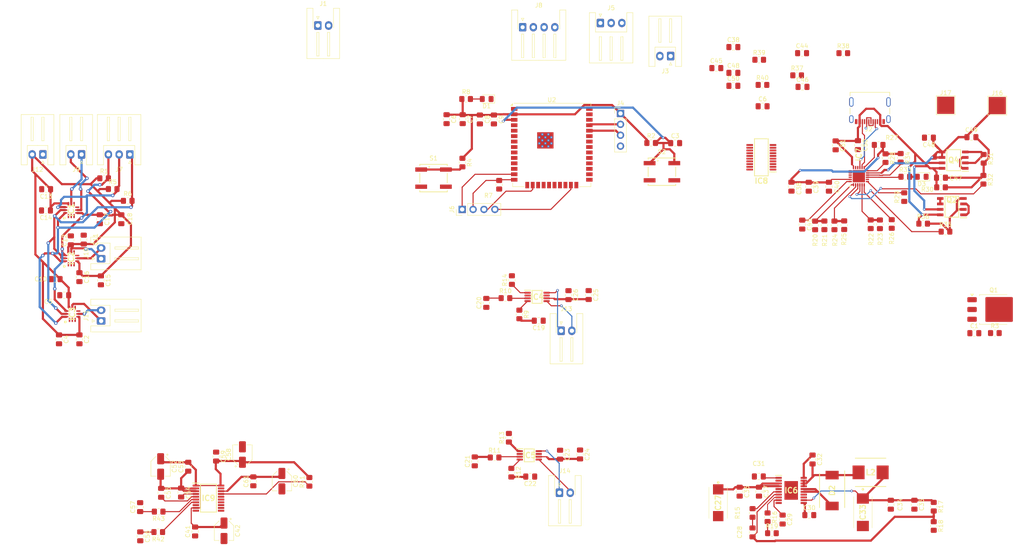
<source format=kicad_pcb>
(kicad_pcb (version 20241229) (generator "pcbnew") (generator_version "9.0")
  (layers (0 "F.Cu" signal) (2 "B.Cu" signal) (13 "F.Paste" user) (15 "B.Paste" user) (5 "F.SilkS" user "F.Silkscreen") (7 "B.SilkS" user "B.Silkscreen") (1 "F.Mask" user) (3 "B.Mask" user) (25 "Edge.Cuts" user))
  (net 0 "")
  (net 1 "Net-(J1-Pin_1)")
  (net 2 "Net-(Q1-D)")
  (net 3 "USB_RX")
  (net 4 "Net-(C19-Pad2)")
  (net 5 "GND")
  (net 6 "Signal Left")
  (net 7 "Net-(C20-Pad2)")
  (net 8 "+3V3")
  (net 9 "Net-(C21-Pad2)")
  (net 10 "Signal Right")
  (net 11 "Net-(C22-Pad2)")
  (net 12 "Net-(D1-A)")
  (net 13 "Net-(IC1-OUTN)")
  (net 14 "NIRQ")
  (net 15 "SCL")
  (net 16 "SDA")
  (net 17 "Net-(IC1-OUTP)")
  (net 18 "Net-(IC2-OUTP)")
  (net 19 "Net-(IC2-OUTN)")
  (net 20 "Net-(IC3-OUTP)")
  (net 21 "Net-(IC3-OUTN)")
  (net 22 "USB_TX")
  (net 23 "MCU PWM")
  (net 25 "TDO")
  (net 26 "TCK")
  (net 27 "TDI")
  (net 28 "TMS")
  (net 29 "Net-(IC4-IN-)")
  (net 30 "Net-(IC4-IN+)")
  (net 31 "Net-(IC5-IN+)")
  (net 32 "Net-(IC5-IN-)")
  (net 33 "Net-(IC5-SDB)")
  (net 34 "Net-(IC4-SDB)")
  (net 46 "Net-(IC6-FB)")
  (net 47 "EN_ESP32")
  (net 48 "Net-(C28-Pad1)")
  (net 49 "BOOT")
  (net 56 "Net-(IC4-OUT+)")
  (net 57 "Net-(IC4-OUT-)")
  (net 60 "Net-(IC5-OUT+)")
  (net 61 "Net-(IC5-OUT-)")
  (net 63 "Net-(IC6-RAMP)")
  (net 64 "Net-(IC6-SS)")
  (net 65 "Net-(IC6-VCC)")
  (net 66 "Net-(D2-K)")
  (net 67 "Net-(IC6-BST)")
  (net 68 "VIN")
  (net 69 "Net-(D2-A)")
  (net 70 "Net-(D3-A)")
  (net 71 "Net-(IC6-COMP)")
  (net 72 "Net-(IC6-RT)")
  (net 73 "VBUS")
  (net 74 "/PD and USBC/CC1")
  (net 75 "/PD and USBC/CC2")
  (net 76 "Net-(R16-Pad2)")
  (net 77 "Net-(IC7-VBUS_MIN)")
  (net 78 "Net-(IC7-ISNK_COARSE)")
  (net 79 "Net-(IC7-VBUS_MAX)")
  (net 80 "Net-(IC7-ISNK_FINE)")
  (net 81 "PD_Fault")
  (net 82 "Net-(IC7-FLIP)")
  (net 83 "Net-(Q2-G1)")
  (net 84 "SAFE_PWR_EN")
  (net 85 "VBUSEN")
  (net 86 "Net-(IC7-VCCD)")
  (net 88 "PD_INT")
  (net 91 "VDC_OUT")
  (net 92 "Net-(IC8-USBDM)")
  (net 95 "Net-(IC8-CBUS3)")
  (net 99 "Net-(IC8-3V3OUT)")
  (net 100 "Net-(IC8-USBDP)")
  (net 105 "Net-(Q2-S1)")
  (net 106 "Net-(Q4-G1)")
  (net 107 "Net-(Q4-S1)")
  (net 108 "Net-(C47-Pad2)")
  (net 109 "D+")
  (net 110 "D-")
  (net 117 "Net-(IC9-CAPP)")
  (net 118 "Net-(IC9-CAPM)")
  (net 119 "Net-(IC9-VNEG)")
  (net 120 "Net-(IC9-LDOO)")
  (net 122 "MUTE")
  (net 123 "DAC_DIN")
  (net 124 "OUTR")
  (net 125 "OUTL")
  (net 126 "DAC_LRCK")
  (net 127 "DAC_BCK")
  (footprint "Capacitor_SMD:C_0805_2012Metric_Pad1.18x1.45mm_HandSolder" (layer "F.Cu") (at 42.4625 57.5 180)
    (property "Reference" "C14")
    (property "Value" "1u")
  )
  (footprint "Resistor_SMD:R_0805_2012Metric_Pad1.20x1.40mm_HandSolder" (layer "F.Cu") (at 149.46 77.92)
    (property "Reference" "R10")
    (property "Value" "150k")
  )
  (footprint "Resistor_SMD:R_0805_2012Metric_Pad1.20x1.40mm_HandSolder" (layer "F.Cu") (at 148 51.5 -90)
    (property "Reference" "R7")
    (property "Value" "10k")
  )
  (footprint "Capacitor_SMD:C_0805_2012Metric_Pad1.18x1.45mm_HandSolder" (layer "F.Cu") (at 224.79 51.9575 -90)
    (property "Reference" "C40")
    (property "Value" "100n")
  )
  (footprint "Capacitor_SMD:C_0805_2012Metric_Pad1.18x1.45mm_HandSolder" (layer "F.Cu") (at 82.09 114.8575 -90)
    (property "Reference" "C59")
    (property "Value" "0.1u")
  )
  (footprint "Capacitor_SMD:C_0805_2012Metric_Pad1.18x1.45mm_HandSolder" (layer "F.Cu") (at 64.42 133.4475 -90)
    (property "Reference" "C56")
    (property "Value" "2.2u")
  )
  (footprint "Connector_JST:JST_XH_S2B-XH-A_1x02_P2.50mm_Horizontal" (layer "F.Cu") (at 187.92 21.515 180)
    (property "Reference" "J3")
    (property "Value" "Haptic Power and GND")
  )
  (footprint "EXT_AI_DEPUTY_Library:DIOM7958X256N" (layer "F.Cu") (at 225.53 122.78 -90)
    (property "Reference" "D2")
    (property "Value" "MBRS540T3G" (hide yes))
  )
  (footprint "Resistor_SMD:R_0805_2012Metric_Pad1.20x1.40mm_HandSolder" (layer "F.Cu") (at 246.73 60.57)
    (property "Reference" "R36")
    (property "Value" "50k")
  )
  (footprint "Capacitor_SMD:C_0805_2012Metric_Pad1.18x1.45mm_HandSolder" (layer "F.Cu") (at 146.77 36.2875 90)
    (property "Reference" "C9")
    (property "Value" "0.1uF")
  )
  (footprint "Capacitor_SMD:CP_Elec_4x5.4" (layer "F.Cu") (at 69.16 117.17 -90)
    (property "Reference" "C52")
    (property "Value" "10u")
  )
  (footprint "Capacitor_SMD:C_0805_2012Metric_Pad1.18x1.45mm_HandSolder" (layer "F.Cu") (at 90.75 120.6275 90)
    (property "Reference" "C61")
    (property "Value" "0.1u")
  )
  (footprint "EXT_AI_DEPUTY_Library:SOP65P490X110-8N" (layer "F.Cu") (at 156.828 77.645)
    (property "Reference" "IC4")
    (property "Value" "IS31AP2005-SLS2-TR" (hide yes))
  )
  (footprint "Resistor_SMD:R_0805_2012Metric_Pad1.20x1.40mm_HandSolder" (layer "F.Cu") (at 241.49 45.23 -90)
    (property "Reference" "R34")
    (property "Value" "4.7k")
  )
  (footprint "Capacitor_SMD:C_0805_2012Metric_Pad1.18x1.45mm_HandSolder" (layer "F.Cu") (at 166.83 114.3625 -90)
    (property "Reference" "C24")
    (property "Value" "1u")
  )
  (footprint "Capacitor_SMD:C_0805_2012Metric_Pad1.18x1.45mm_HandSolder" (layer "F.Cu") (at 157.2125 83.19 180)
    (property "Reference" "C19")
    (property "Value" "0.1u")
  )
  (footprint "Connector_JST:JST_XH_S2B-XH-A_1x02_P2.50mm_Horizontal" (layer "F.Cu") (at 55.305 83.25 90)
    (property "Reference" "J11")
    (property "Value" "OUTPUT Haptic C (Back)")
  )
  (footprint "Capacitor_SMD:C_0805_2012Metric_Pad1.18x1.45mm_HandSolder" (layer "F.Cu") (at 208.5 123.0375 -90)
    (property "Reference" "C37")
    (property "Value" "10u")
  )
  (footprint "Capacitor_SMD:C_0805_2012Metric_Pad1.18x1.45mm_HandSolder" (layer "F.Cu") (at 239.19 126.0775 -90)
    (property "Reference" "C34")
    (property "Value" "10u")
  )
  (footprint "LED_SMD:LED_0805_2012Metric_Pad1.15x1.40mm_HandSolder" (layer "F.Cu") (at 145.085 31.52 180)
    (property "Reference" "D1")
    (property "Value" "LED")
  )
  (footprint "Capacitor_SMD:C_0805_2012Metric_Pad1.18x1.45mm_HandSolder" (layer "F.Cu") (at 231.54 42.2675 -90)
    (property "Reference" "C50")
    (property "Value" "4u7")
  )
  (footprint "Capacitor_SMD:CP_Elec_4x5.4" (layer "F.Cu") (at 88.21 114.385 90)
    (property "Reference" "C58")
    (property "Value" "10u")
  )
  (footprint "Capacitor_SMD:C_0805_2012Metric_Pad1.18x1.45mm_HandSolder" (layer "F.Cu") (at 250.8775 49.86)
    (property "Reference" "C47")
    (property "Value" "4u7")
  )
  (footprint "Resistor_SMD:R_0805_2012Metric_Pad1.20x1.40mm_HandSolder" (layer "F.Cu") (at 239.41 60.65 -90)
    (property "Reference" "R26")
    (property "Value" "2.2k")
  )
  (footprint "EXT_AI_DEPUTY_Library:T520D" (layer "F.Cu") (at 199 125.62 -90)
    (property "Reference" "C27")
    (property "Value" "68u" (hide yes))
  )
  (footprint "Resistor_SMD:R_0805_2012Metric_Pad1.20x1.40mm_HandSolder" (layer "F.Cu") (at 152.7 81.73 -90)
    (property "Reference" "R9")
    (property "Value" "150k")
  )
  (footprint "Resistor_SMD:R_0805_2012Metric_Pad1.20x1.40mm_HandSolder" (layer "F.Cu") (at 260.76 50.34 -90)
    (property "Reference" "R32")
    (property "Value" "2k2")
  )
  (footprint "Capacitor_SMD:CP_Elec_4x5.4" (layer "F.Cu") (at 83.92 132.16 -90)
    (property "Reference" "C42")
    (property "Value" "10u")
  )
  (footprint "Capacitor_SMD:C_0805_2012Metric_Pad1.18x1.45mm_HandSolder" (layer "F.Cu") (at 75.59 117.2225 90)
    (property "Reference" "C53")
    (property "Value" "0.1u")
  )
  (footprint "Capacitor_SMD:C_0805_2012Metric_Pad1.18x1.45mm_HandSolder" (layer "F.Cu") (at 60 59.5375 -90)
    (property "Reference" "C18")
    (property "Value" "100n")
  )
  (footprint "Resistor_SMD:R_0805_2012Metric_Pad1.20x1.40mm_HandSolder" (layer "F.Cu") (at 249.19 126.54 -90)
    (property "Reference" "R17")
    (property "Value" "5.11k")
  )
  (footprint "Resistor_SMD:R_0805_2012Metric_Pad1.20x1.40mm_HandSolder" (layer "F.Cu") (at 228.13 20.83)
    (property "Reference" "R38")
    (property "Value" "27")
  )
  (footprint "Resistor_SMD:R_0805_2012Metric_Pad1.20x1.40mm_HandSolder" (layer "F.Cu") (at 228.34 60.93 -90)
    (property "Reference" "R25")
    (property "Value" "1k")
  )
  (footprint "Capacitor_SMD:C_0805_2012Metric_Pad1.18x1.45mm_HandSolder" (layer "F.Cu") (at 50.25 87.5375 -90)
    (property "Reference" "C2")
    (property "Value" "10u")
  )
  (footprint "RF_Module:ESP32-WROOM-32UE" (layer "F.Cu") (at 160.25 42.23)
    (property "Reference" "U2")
    (property "Value" "ESP32-WROOM-32UE")
  )
  (footprint "Capacitor_SMD:C_0805_2012Metric_Pad1.18x1.45mm_HandSolder" (layer "F.Cu") (at 42.5 52.5375 180)
    (property "Reference" "C13")
    (property "Value" "100n")
  )
  (footprint "Connector_JST:JST_XH_S2B-XH-A_1x02_P2.50mm_Horizontal" (layer "F.Cu") (at 50.75 44.445 180)
    (property "Reference" "J9")
    (property "Value" "OUTPUT Haptic A (Neck L)")
  )
  (footprint "Capacitor_SMD:C_0805_2012Metric_Pad1.18x1.45mm_HandSolder" (layer "F.Cu") (at 142.31 115.9775 90)
    (property "Reference" "C21")
    (property "Value" "0.1u")
  )
  (footprint "Capacitor_SMD:C_0805_2012Metric_Pad1.18x1.45mm_HandSolder" (layer "F.Cu") (at 220.97 115.5375 -90)
    (property "Reference" "C32")
    (property "Value" "22nF")
  )
  (footprint "Resistor_SMD:R_0805_2012Metric_Pad1.20x1.40mm_HandSolder" (layer "F.Cu") (at 251.93 62.43)
    (property "Reference" "R35")
    (property "Value" "1k")
  )
  (footprint "EXT_AI_DEPUTY_Library:430773034825" (layer "F.Cu") (at 185.9 48.47)
    (property "Reference" "S2")
    (property "Value" "430773034825")
  )
  (footprint "LED_SMD:LED_0805_2012Metric_Pad1.15x1.40mm_HandSolder" (layer "F.Cu") (at 246.395 49.64 180)
    (property "Reference" "D3")
    (property "Value" "LED")
  )
  (footprint "Resistor_SMD:R_0805_2012Metric_Pad1.20x1.40mm_HandSolder" (layer "F.Cu") (at 236.66 60.72 -90)
    (property "Reference" "R23")
    (property "Value" "2.4k")
  )
  (footprint "Capacitor_SMD:C_0805_2012Metric_Pad1.18x1.45mm_HandSolder" (layer "F.Cu") (at 45.5 87.5375 -90)
    (property "Reference" "C4")
    (property "Value" "100n")
  )
  (footprint "Connector_JST:JST_XH_S3B-XH-A_1x03_P2.50mm_Horizontal" (layer "F.Cu") (at 62 44.445 180)
    (property "Reference" "J7")
    (property "Value" "JST CONN from MCU")
  )
  (footprint "Resistor_SMD:R_0805_2012Metric_Pad1.20x1.40mm_HandSolder" (layer "F.Cu") (at 211.51 132.72)
    (property "Reference" "R19")
    (property "Value" "510")
  )
  (footprint "Capacitor_SMD:C_0805_2012Metric_Pad1.18x1.45mm_HandSolder" (layer "F.Cu") (at 209.3425 33.21)
    (property "Reference" "C6")
    (property "Value" "10uF")
  )
  (footprint "Resistor_SMD:R_0805_2012Metric_Pad1.20x1.40mm_HandSolder" (layer "F.Cu") (at 208.55 22.37)
    (property "Reference" "R39")
    (property "Value" "100k")
  )
  (footprint "EXT_AI_DEPUTY_Library:SOIC127P600X175-8N" (layer "F.Cu") (at 253.84 45.77 180)
    (property "Reference" "Q4")
    (property "Value" "DMP3098LSD-13" (hide yes))
  )
  (footprint "Connector_JST:JST_XH_S2B-XH-A-1_1x02_P2.50mm_Horizontal" (layer "F.Cu") (at 162.04 123.29)
    (property "Reference" "J14")
    (property "Value" "Conn_01x02_Socket")
  )
  (footprint "Resistor_SMD:R_0805_2012Metric_Pad1.20x1.40mm_HandSolder" (layer "F.Cu") (at 139.44 46.33 -90)
    (property "Reference" "R4")
    (property "Value" "10k")
  )
  (footprint "Resistor_SMD:R_0805_2012Metric_Pad1.20x1.40mm_HandSolder" (layer "F.Cu") (at 61.5 55.25)
    (property "Reference" "R6")
    (property "Value" "4.7k")
  )
  (footprint "Capacitor_SMD:C_0805_2012Metric_Pad1.18x1.45mm_HandSolder" (layer "F.Cu") (at 226.35 42.3225 -90)
    (property "Reference" "C51")
    (property "Value" "100n")
  )
  (footprint "EXT_AI_DEPUTY_Library:QFN65P300X300X84-12N" (layer "F.Cu") (at 48.6 81.6 90)
    (property "Reference" "IC3")
    (property "Value" "DA7282-00FVC" (hide yes))
  )
  (footprint "Capacitor_SMD:C_0805_2012Metric_Pad1.18x1.45mm_HandSolder" (layer "F.Cu") (at 73.94 123.2525 -90)
    (property "Reference" "C54")
    (property "Value" "2.2u")
  )
  (footprint "Capacitor_SMD:C_0805_2012Metric_Pad1.18x1.45mm_HandSolder" (layer "F.Cu") (at 198.5675 24.31)
    (property "Reference" "C45")
    (property "Value" "4u7")
  )
  (footprint "Connector_PinHeader_2.54mm:PinHeader_1x04_P2.54mm_Vertical" (layer "F.Cu") (at 139.38 57.25 90)
    (property "Reference" "J6")
    (property "Value" "JTAG")
  )
  (footprint "Resistor_SMD:R_0805_2012Metric_Pad1.20x1.40mm_HandSolder" (layer "F.Cu") (at 210.5 129 -90)
    (property "Reference" "R16")
    (property "Value" "10k")
  )
  (footprint "Capacitor_SMD:C_0805_2012Metric_Pad1.18x1.45mm_HandSolder" (layer "F.Cu") (at 257.9725 40.41)
    (property "Reference" "C49")
    (property "Value" "100n")
  )
  (footprint "Capacitor_SMD:C_0805_2012Metric_Pad1.18x1.45mm_HandSolder" (layer "F.Cu") (at 248.0725 40.53 180)
    (property "Reference" "C48")
    (property "Value" "4u7")
  )
  (footprint "Capacitor_SMD:C_0805_2012Metric_Pad1.18x1.45mm_HandSolder" (layer "F.Cu") (at 64.39 126.6425 90)
    (property "Reference" "C57")
    (property "Value" "2.2u")
  )
  (footprint "Capacitor_SMD:C_0805_2012Metric_Pad1.18x1.45mm_HandSolder" (layer "F.Cu") (at 168.84 77.2075 -90)
    (property "Reference" "C25")
    (property "Value" "0.1u")
  )
  (footprint "Resistor_SMD:R_0805_2012Metric_Pad1.20x1.40mm_HandSolder" (layer "F.Cu") (at 56 50)
    (property "Reference" "R1")
    (property "Value" "4.7k")
  )
  (footprint "Capacitor_SMD:C_0805_2012Metric_Pad1.18x1.45mm_HandSolder" (layer "F.Cu") (at 162.18 114.4175 -90)
    (property "Reference" "C23")
    (property "Value" "0.1u")
  )
  (footprint "Capacitor_SMD:C_0805_2012Metric_Pad1.18x1.45mm_HandSolder" (layer "F.Cu") (at 214 129.5375 -90)
    (property "Reference" "C29")
    (property "Value" "82p")
  )
  (footprint "Resistor_SMD:R_0805_2012Metric_Pad1.20x1.40mm_HandSolder" (layer "F.Cu") (at 140.3 31.52)
    (property "Reference" "R8")
    (property "Value" "10k")
  )
  (footprint "Resistor_SMD:R_0805_2012Metric_Pad1.20x1.40mm_HandSolder" (layer "F.Cu") (at 146.93 115.07)
    (property "Reference" "R11")
    (property "Value" "150k")
  )
  (footprint "Capacitor_SMD:C_0805_2012Metric_Pad1.18x1.45mm_HandSolder" (layer "F.Cu") (at 216.06 51.9475 -90)
    (property "Reference" "C38")
    (property "Value" "4u7")
  )
  (footprint "Capacitor_SMD:C_0805_2012Metric_Pad1.18x1.45mm_HandSolder" (layer "F.Cu") (at 50.25 73.0375 -90)
    (property "Reference" "C16")
    (property "Value" "100n")
  )
  (footprint "Resistor_SMD:R_0805_2012Metric_Pad1.20x1.40mm_HandSolder" (layer "F.Cu") (at 250.89 52.11)
    (property "Reference" "R30")
    (property "Value" "20k")
  )
  (footprint "Resistor_SMD:R_0805_2012Metric_Pad1.20x1.40mm_HandSolder" (layer "F.Cu") (at 226.07 60.97 90)
    (property "Reference" "R24")
    (property "Value" "5.1k")
  )
  (footprint "Resistor_SMD:R_0805_2012Metric_Pad1.20x1.40mm_HandSolder" (layer "F.Cu") (at 223.73 60.96 -90)
    (property "Reference" "R21")
    (property "Value" "1k")
  )
  (footprint "Capacitor_SMD:C_0805_2012Metric_Pad1.18x1.45mm_HandSolder" (layer "F.Cu") (at 55 59.5375 -90)
    (property "Reference" "C17")
    (property "Value" "10u")
  )
  (footprint "Resistor_SMD:R_0805_2012Metric_Pad1.20x1.40mm_HandSolder" (layer "F.Cu") (at 150.26 110.47 90)
    (property "Reference" "R13")
    (property "Value" "100k")
  )
  (footprint "EXT_AI_DEPUTY_Library:MOLEX_2171790001" (layer "F.Cu") (at 234.33 33.36 180)
    (property "Reference" "J2")
    (property "Value" "2171790001")
  )
  (footprint "Capacitor_SMD:C_0805_2012Metric_Pad1.18x1.45mm_HandSolder" (layer "F.Cu") (at 218.6325 28.69)
    (property "Reference" "C46")
    (property "Value" "100n")
  )
  (footprint "Connector_JST:JST_XH_S2B-XH-A-1_1x02_P2.50mm_Horizontal" (layer "F.Cu") (at 105.78 14.39)
    (property "Reference" "J1")
    (property "Value" "Piezo Electric")
  )
  (footprint "Resistor_SMD:R_0805_2012Metric_Pad1.20x1.40mm_HandSolder" (layer "F.Cu") (at 68.7 127.69 180)
    (property "Reference" "R43")
    (property "Value" "470")
  )
  (footprint "Resistor_SMD:R_0805_2012Metric_Pad1.20x1.40mm_HandSolder" (layer "F.Cu") (at 150.83 118.61 -90)
    (property "Reference" "R12")
    (property "Value" "150k")
  )
  (footprint "Resistor_SMD:R_0805_2012Metric_Pad1.20x1.40mm_HandSolder" (layer "F.Cu") (at 249.19 131.04 -90)
    (property "Reference" "R18")
    (property "Value" "3.01k")
  )
  (footprint "Package_TO_SOT_SMD:TO-252-3_TabPin2" (layer "F.Cu") (at 263.155 80.575)
    (property "Reference" "Q1")
    (property "Value" "NMOS")
  )
  (footprint "Capacitor_SMD:C_0805_2012Metric_Pad1.18x1.45mm_HandSolder" (layer "F.Cu") (at 204 123.0375 -90)
    (property "Reference" "C36")
    (property "Value" "10u")
  )
  (footprint "Resistor_SMD:R_0805_2012Metric_Pad1.20x1.40mm_HandSolder" (layer "F.Cu") (at 237.96 45.3 -90)
    (property "Reference" "R28")
    (property "Value" "2k2")
  )
  (footprint "TestPoint:TestPoint_Pad_4.0x4.0mm" (layer "F.Cu") (at 251.98 32.98)
    (property "Reference" "J17")
    (property "Value" "Conn_01x01_Pin")
  )
  (footprint "Connector_JST:JST_XH_S2B-XH-A_1x02_P2.50mm_Horizontal" (layer "F.Cu") (at 41.75 44.445 180)
    (property "Reference" "J12")
    (property "Value" "Haptic Power and GND")
  )
  (footprint "Capacitor_SMD:C_0805_2012Metric_Pad1.18x1.45mm_HandSolder" (layer "F.Cu") (at 220.09 51.9575 -90)
    (property "Reference" "C39")
    (property "Value" "100n")
  )
  (footprint "Resistor_SMD:R_0805_2012Metric_Pad1.20x1.40mm_HandSolder" (layer "F.Cu") (at 209.3125 28.23)
    (property "Reference" "R40")
    (property "Value" "100k")
  )
  (footprint "EXT_AI_DEPUTY_Library:SX_Package" (layer "F.Cu") (at 232.69 127.84 90)
    (property "Reference" "C33")
    (property "Value" "150u" (hide yes))
  )
  (footprint "Capacitor_SMD:C_0805_2012Metric_Pad1.18x1.45mm_HandSolder" (layer "F.Cu") (at 202.5325 19.41)
    (property "Reference" "C38")
    (property "Value" "4u7")
  )
  (footprint "Capacitor_SMD:C_0805_2012Metric_Pad1.18x1.45mm_HandSolder" (layer "F.Cu") (at 69.29 123.3075 -90)
    (property "Reference" "C55")
    (property "Value" "2.2u")
  )
  (footprint "Connector_PinHeader_2.54mm:PinHeader_1x04_P2.54mm_Vertical" (layer "F.Cu") (at 176.25 34.88)
    (property "Reference" "J4")
    (property "Value" "UART")
  )
  (footprint "EXT_AI_DEPUTY_Library:INDPM7166X300N" (layer "F.Cu") (at 234.49 118.54)
    (property "Reference" "L2")
    (property "Value" "8.2u" (hide yes))
  )
  (footprint "Capacitor_SMD:C_0805_2012Metric_Pad1.18x1.45mm_HandSolder" (layer "F.Cu") (at 220.2125 128.5)
    (property "Reference" "C30")
    (property "Value" "0.01u")
  )
  (footprint "Capacitor_SMD:CP_Elec_4x5.4" (layer "F.Cu") (at 97.4 120.59 -90)
    (property "Reference" "C60")
    (property "Value" "10u")
  )
  (footprint "Connector_JST:JST_XH_S3B-XH-A_1x03_P2.50mm_Horizontal" (layer "F.Cu") (at 171.57 13.805)
    (property "Reference" "J5")
    (property "Value" "JST CONN from MCU")
  )
  (footprint "Resistor_SMD:R_0805_2012Metric_Pad1.20x1.40mm_HandSolder" (layer "F.Cu") (at 221.57 60.98 90)
    (property "Reference" "R20")
    (property "Value" "5.1k")
  )
  (footprint "Resistor_SMD:R_0805_2012Metric_Pad1.20x1.40mm_HandSolder" (layer "F.Cu") (at 68.61 132.46 180)
    (property "Reference" "R42")
    (property "Value" "470")
  )
  (footprint "Capacitor_SMD:C_0805_2012Metric_Pad1.18x1.45mm_HandSolder" (layer "F.Cu") (at 48.25 64.4625 90)
    (property "Reference" "C12")
    (property "Value" "1u")
  )
  (footprint "Resistor_SMD:R_0805_2012Metric_Pad1.20x1.40mm_HandSolder" (layer "F.Cu") (at 207 128 -90)
    (property "Reference" "R15")
    (property "Value" "49.9k")
  )
  (footprint "EXT_AI_DEPUTY_Library:QFN50P400X400X60-25N-D" (layer "F.Cu") (at 231.75 49.5 90)
    (property "Reference" "IC7")
    (property "Value" "CYPD3177-24LQXQ" (hide yes))
  )
  (footprint "Capacitor_SMD:C_0805_2012Metric_Pad1.18x1.45mm_HandSolder" (layer "F.Cu") (at 202.5325 28.44)
    (property "Reference" "C50")
    (property "Value" "4u7")
  )
  (footprint "Capacitor_SMD:C_0805_2012Metric_Pad1.18x1.45mm_HandSolder" (layer "F.Cu") (at 143.5 36.2875 -90)
    (property "Reference" "C8")
    (property "Value" "0.1uF")
  )
  (footprint "Resistor_SMD:R_0805_2012Metric_Pad1.20x1.40mm_HandSolder" (layer "F.Cu") (at 234.51 60.71 90)
    (property "Reference" "R22")
    (property "Value" "5.1k")
  )
  (footprint "Capacitor_SMD:C_0805_2012Metric_Pad1.18x1.45mm_HandSolder" (layer "F.Cu") (at 188.9775 41.8)
    (property "Reference" "C3")
    (property "Value" "1uF")
  )
  (footprint "Capacitor_SMD:C_0805_2012Metric_Pad1.18x1.45mm_HandSolder" (layer "F.Cu") (at 155.2275 119.52 180)
    (property "Reference" "C22")
    (property "Value" "0.1u")
  )
  (footprint "Resistor_SMD:R_0805_2012Metric_Pad1.20x1.40mm_HandSolder" (layer "F.Cu") (at 183.39 41.77)
    (property "Reference" "R2")
    (property "Value" "10k")
  )
  (footprint "Resistor_SMD:R_0805_2012Metric_Pad1.20x1.40mm_HandSolder" (layer "F.Cu") (at 217.38 26)
    (property "Reference" "R37")
    (property "Value" "R")
  )
  (footprint "Capacitor_SMD:C_0805_2012Metric_Pad1.18x1.45mm_HandSolder" (layer "F.Cu") (at 258.645 86.1)
    (property "Reference" "C1")
    (property "Value" "100u")
  )
  (footprint "Capacitor_SMD:C_0805_2012Metric_Pad1.18x1.45mm_HandSolder" (layer "F.Cu") (at 55.25 73.7875 -90)
    (property "Reference" "C15")
    (property "Value" "10u")
  )
  (footprint "Capacitor_SMD:C_0805_2012Metric_Pad1.18x1.45mm_HandSolder" (layer "F.Cu") (at 145 79.0375 90)
    (property "Reference" "C20")
    (property "Value" "0.1u")
  )
  (footprint "Capacitor_SMD:C_0805_2012Metric_Pad1.18x1.45mm_HandSolder" (layer "F.Cu") (at 77.19 132.3175 90)
    (property "Reference" "C41")
    (property "Value" "0.1u")
  )
  (footprint "EXT_AI_DEPUTY_Library:SOP65P640X120-20N" (layer "F.Cu") (at 80.3 124.55)
    (property "Reference" "IC9")
    (property "Value" "PCM5102APWR" (hide yes))
  )
  (footprint "Resistor_SMD:R_0805_2012Metric_Pad1.20x1.40mm_HandSolder" (layer "F.Cu") (at 263.425 86.07)
    (property "Reference" "R3")
    (property "Value" "R")
  )
  (footprint "Capacitor_SMD:C_0805_2012Metric_Pad1.18x1.45mm_HandSolder" (layer "F.Cu") (at 135.75 36.2125 -90)
    (property "Reference" "C6")
    (property "Value" "10uF")
  )
  (footprint "EXT_AI_DEPUTY_Library:SOIC127P600X175-8N" (layer "F.Cu") (at 253.41 56.61 180)
    (property "Reference" "Q2")
    (property "Value" "DMP3098LSD-13" (hide yes))
  )
  (footprint "Capacitor_SMD:C_0805_2012Metric_Pad1.18x1.45mm_HandSolder" (layer "F.Cu") (at 44.7125 73.5 180)
    (property "Reference" "C10")
    (property "Value" "1u")
  )
  (footprint "Connector_JST:JST_XH_S2B-XH-A_1x02_P2.50mm_Horizontal" (layer "F.Cu") (at 55.305 68.75 90)
    (property "Reference" "J10")
    (property "Value" "OUTPUT Haptic B (Neck R)")
  )
  (footprint "Capacitor_SMD:C_0805_2012Metric_Pad1.18x1.45mm_HandSolder" (layer "F.Cu") (at 164.14 77.2275 -90)
    (property "Reference" "C26")
    (property "Value" "1u")
  )
  (footprint "Resistor_SMD:R_0805_2012Metric_Pad1.20x1.40mm_HandSolder" (layer "F.Cu") (at 260.82 45.45 -90)
    (property "Reference" "R31")
    (property "Value" "2k2")
  )
  (footprint "Resistor_SMD:R_0805_2012Metric_Pad1.20x1.40mm_HandSolder" (layer "F.Cu") (at 236.36 42.21 180)
    (property "Reference" "R27")
    (property "Value" "2k2")
  )
  (footprint "Resistor_SMD:R_0805_2012Metric_Pad1.20x1.40mm_HandSolder" (layer "F.Cu") (at 150.96 73.72 90)
    (property "Reference" "R14")
    (property "Value" "100k")
  )
  (footprint "Resistor_SMD:R_0805_2012Metric_Pad1.20x1.40mm_HandSolder" (layer "F.Cu") (at 103.8 120.74 90)
    (property "Reference" "R41")
    (property "Value" "10k")
  )
  (footprint "Capacitor_SMD:C_0805_2012Metric_Pad1.18x1.45mm_HandSolder" (layer "F.Cu") (at 207 132.5375 -90)
    (property "Reference" "C28")
    (property "Value" "0.01u")
  )
  (footprint "Capacitor_SMD:C_0805_2012Metric_Pad1.18x1.45mm_HandSolder" (layer "F.Cu") (at 244.69 126.0775 -90)
    (property "Reference" "C35")
    (property "Value" "10u")
  )
  (footprint "Capacitor_SMD:C_0805_2012Metric_Pad1.18x1.45mm_HandSolder" (layer "F.Cu") (at 218.5325 20.83)
    (property "Reference" "C44")
    (property "Value" "100n")
  )
  (footprint "Connector_JST:JST_XH_S4B-XH-A-1_1x04_P2.50mm_Horizontal" (layer "F.Cu") (at 153.46 14.79)
    (property "Reference" "J8")
    (property "Value" "Conn_01x04_Socket")
  )
  (footprint "Capacitor_SMD:C_0805_2012Metric_Pad1.18x1.45mm_HandSolder" (layer "F.Cu") (at 46.7125 77.25 180)
    (property "Reference" "C5")
    (property "Value" "100n")
  )
  (footprint "Capacitor_SMD:C_0805_2012Metric_Pad1.18x1.45mm_HandSolder" (layer "F.Cu") (at 218.57 60.7875 -90)
    (property "Reference" "C45")
    (property "Value" "4u7")
  )
  (footprint "Capacitor_SMD:C_0805_2012Metric_Pad1.18x1.45mm_HandSolder" (layer "F.Cu") (at 51.25 64.2875 90)
    (property "Reference" "C11")
    (property "Value" "100n")
  )
  (footprint "EXT_AI_DEPUTY_Library:QFN65P300X300X84-12N" (layer "F.Cu") (at 48.35 57.4 90)
    (property "Reference" "IC1")
    (property "Value" "DA7280-00FVC" (hide yes))
  )
  (footprint "Capacitor_SMD:C_0805_2012Metric_Pad1.18x1.45mm_HandSolder" (layer "F.Cu") (at 202.5325 25.43)
    (property "Reference" "C48")
    (property "Value" "4u7")
  )
  (footprint "Resistor_SMD:R_0805_2012Metric_Pad1.20x1.40mm_HandSolder" (layer "F.Cu") (at 58 52.5)
    (property "Reference" "R5")
    (property "Value" "4.7k")
  )
  (footprint "TestPoint:TestPoint_Pad_4.0x4.0mm" (layer "F.Cu") (at 263.99 33.05)
    (property "Reference" "J16")
    (property "Value" "Conn_01x01_Pin")
  )
  (footprint "Resistor_SMD:R_0805_2012Metric_Pad1.20x1.40mm_HandSolder" (layer "F.Cu") (at 242.32 54.38 90)
    (property "Reference" "R29")
    (property "Value" "2k2")
  )
  (footprint "EXT_AI_DEPUTY_Library:SOP64P599X175-20N" (layer "F.Cu") (at 209.05 45.1 180)
    (property "Reference" "IC8")
    (property "Value" "FT231XS-R" (hide yes))
  )
  (footprint "EXT_AI_DEPUTY_Library:QFN65P300X300X84-12N" (layer "F.Cu") (at 48.35 68.65 90)
    (property "Reference" "IC2")
    (property "Value" "DA7281-00FVC" (hide yes))
  )
  (footprint "Resistor_SMD:R_0805_2012Metric_Pad1.20x1.40mm_HandSolder" (layer "F.Cu") (at 242.58 49.64)
    (property "Reference" "R33")
    (property "Value" "10k")
  )
  (footprint "Capacitor_SMD:C_0805_2012Metric_Pad1.18x1.45mm_HandSolder" (layer "F.Cu") (at 208.4625 119.5 180)
    (property "Reference" "C31")
    (property "Value" "0.1u")
  )
  (footprint "Capacitor_SMD:C_0805_2012Metric_Pad1.18x1.45mm_HandSolder" (layer "F.Cu") (at 139.5 36.2125 -90)
    (property "Reference" "C7")
    (property "Value" "1uF")
  )
  (footprint "EXT_AI_DEPUTY_Library:430773034825" (layer "F.Cu") (at 132.71 49.96)
    (property "Reference" "S1")
    (property "Value" "430773034825")
  )
  (footprint "EXT_AI_DEPUTY_Library:SOP65P640X110-21N" (layer "F.Cu") (at 216 122.75)
    (property "Reference" "IC6")
    (property "Value" "LM25576QMH_NOPB" (hide yes))
  )
  (footprint "Connector_JST:JST_XH_S2B-XH-A-1_1x02_P2.50mm_Horizontal" (layer "F.Cu") (at 162.42 85.54)
    (property "Reference" "J13")
    (property "Value" "Conn_01x02_Socket")
  )
  (footprint "EXT_AI_DEPUTY_Library:SOP65P490X110-8N" (layer "F.Cu") (at 155 114.57)
    (property "Reference" "IC5")
    (property "Value" "IS31AP2005-SLS2-TR" (hide yes))
  )
  (segment (start 169.21 37.42) (end 169 37.63) (width 0.5) (layer "F.Cu") (net 3))
  (segment (start 176.25 37.42) (end 169.21 37.42) (width 0.5) (layer "F.Cu") (net 3))
  (segment (start 153.16 83.19) (end 152.7 82.73) (width 0.5) (layer "F.Cu") (net 4))
  (segment (start 156.175 83.19) (end 153.16 83.19) (width 0.5) (layer "F.Cu") (net 4))
  (segment (start 67.7 127.69) (end 64.4 127.69) (width 0.25) (layer "F.Cu") (net 6))
  (segment (start 64.4 127.69) (end 64.39 127.68) (width 0.25) (layer "F.Cu") (net 6))
  (segment (start 148.46 77.92) (end 145.08 77.92) (width 0.25) (layer "F.Cu") (net 7))
  (segment (start 145.08 77.92) (end 145 78) (width 0.25) (layer "F.Cu") (net 7))
  (segment (start 60.5 55.25) (end 57.75 55.25) (width 0.5) (layer "F.Cu") (net 8))
  (segment (start 230.93 122.88) (end 232.69 124.64) (width 0.25) (layer "F.Cu") (net 8))
  (segment (start 143.5 35.25) (end 141.63 35.25) (width 0.5) (layer "F.Cu") (net 8))
  (segment (start 162.18 115.455) (end 159.605 115.455) (width 0.5) (layer "F.Cu") (net 8))
  (segment (start 233.69 125.04) (end 239.19 125.04) (width 0.5) (layer "F.Cu") (net 8))
  (segment (start 216.06 50.91) (end 216.06 50.16) (width 0.5) (layer "F.Cu") (net 8))
  (segment (start 78.4255 126.749) (end 78.4255 121.701) (width 0.25) (layer "F.Cu") (net 8))
  (segment (start 151.5 35.09) (end 149 35.09) (width 0.5) (layer "F.Cu") (net 8))
  (segment (start 182.39 41.77) (end 182.39 41.02) (width 0.5) (layer "F.Cu") (net 8))
  (segment (start 139.44 45.33) (end 141.63 43.14) (width 0.5) (layer "F.Cu") (net 8))
  (segment (start 40 67.75) (end 41.75 69.5) (width 0.5) (layer "F.Cu") (net 8))
  (segment (start 237.36 42.21) (end 237.36 43.33) (width 0.5) (layer "F.Cu") (net 8))
  (segment (start 41.75 69.5) (end 45.75 73.5) (width 0.5) (layer "F.Cu") (net 8))
  (segment (start 237.96 44.3) (end 241.42 44.3) (width 0.5) (layer "F.Cu") (net 8))
  (segment (start 237.36 43.7) (end 237.96 44.3) (width 0.5) (layer "F.Cu") (net 8))
  (segment (start 87.92 115.895) (end 88.21 116.185) (width 0.5) (layer "F.Cu") (net 8))
  (segment (start 60 58.5) (end 58.022793 58.5) (width 0.5) (layer "F.Cu") (net 8))
  (segment (start 77.362 126.825) (end 76.3975 126.825) (width 0.25) (layer "F.Cu") (net 8))
  (segment (start 47.649 66.057636) (end 47.649 67.25) (width 0.5) (layer "F.Cu") (net 8))
  (segment (start 77.362 121.625) (end 83.238 121.625) (width 0.25) (layer "F.Cu") (net 8))
  (segment (start 237.29 118.54) (end 237.29 120.04) (width 0.5) (layer "F.Cu") (net 8))
  (segment (start 236.23 45.23) (end 236.23 44.46) (width 0.5) (layer "F.Cu") (net 8))
  (segment (start 78.3495 126.825) (end 78.4255 126.749) (width 0.25) (layer "F.Cu") (net 8))
  (segment (start 241.42 44.3) (end 241.49 44.23) (width 0.5) (layer "F.Cu") (net 8))
  (segment (start 167.799 32.919) (end 174.289 32.919) (width 0.5) (layer "F.Cu") (net 8))
  (segment (start 139.5 35.175) (end 135.75 35.175) (width 0.5) (layer "F.Cu") (net 8))
  (segment (start 141.63 35.25) (end 139.575 35.25) (width 0.5) (layer "F.Cu") (net 8))
  (segment (start 141.63 43.14) (end 141.63 35.25) (width 0.5) (layer "F.Cu") (net 8))
  (segment (start 159.045 114.895) (end 159.2 115.05) (width 0.25) (layer "F.Cu") (net 8))
  (segment (start 48.425 65.325) (end 48.25 65.5) (width 0.5) (layer "F.Cu") (net 8))
  (segment (start 75.59 116.185) (end 77.362 117.957) (width 0.5) (layer "F.Cu") (net 8))
  (segment (start 51.25 65.325) (end 53.439208 65.325) (width 0.5) (layer "F.Cu") (net 8))
  (segment (start 159.605 115.455) (end 159.2 115.05) (width 0.5) (layer "F.Cu") (net 8))
  (segment (start 76.3975 126.825) (end 76.2985 126.924) (width 0.25) (layer "F.Cu") (net 8))
  (segment (start 48.206636 65.5) (end 47.649 66.057636) (width 0.5) (layer "F.Cu") (net 8))
  (segment (start 45.5 86.5) (end 50.25 86.5) (width 0.5) (layer "F.Cu") (net 8))
  (segment (start 160.95 78.18) (end 160.83 78.06) (width 0.5) (layer "F.Cu") (net 8))
  (segment (start 47.498 55.85) (end 47.648 56) (width 0.5) (layer "F.Cu") (net 8))
  (segment (start 220.09 50.96) (end 224.75 50.96) (width 0.5) (layer "F.Cu") (net 8))
  (segment (start 58.5 60.264208) (end 58.5 57) (width 0.5) (layer "F.Cu") (net 8))
  (segment (start 139.5 31.72) (end 139.3 31.52) (width 0.5) (layer "F.Cu") (net 8))
  (segment (start 165.628 35.09) (end 167.799 32.919) (width 0.5) (layer "F.Cu") (net 8))
  (segment (start 83.11 118.882) (end 82.01 117.782) (width 0.5) (layer "F.Cu") (net 8))
  (segment (start 233.29 124.64) (end 233.69 125.04) (width 0.5) (layer "F.Cu") (net 8))
  (segment (start 58.5 57) (end 57.25 55.75) (width 0.5) (layer "F.Cu") (net 8))
  (segment (start 57 52.5) (end 55 52.5) (width 0.5) (layer "F.Cu") (net 8))
  (segment (start 239.19 125.04) (end 244.69 125.04) (width 0.5) (layer "F.Cu") (net 8))
  (segment (start 146.93 35.09) (end 146.77 35.25) (width 0.5) (layer "F.Cu") (net 8))
  (segment (start 52.8615 51.3615) (end 46.1665 51.3615) (width 0.5) (layer "F.Cu") (net 8))
  (segment (start 248.69 125.04) (end 249.19 125.54) (width 0.5) (layer "F.Cu") (net 8))
  (segment (start 229.75 50.25) (end 225.46 50.25) (width 0.25) (layer "F.Cu") (net 8))
  (segment (start 139.5 35.175) (end 139.5 31.72) (width 0.5) (layer "F.Cu") (net 8))
  (segment (start 57.127207 58.65) (end 56.977207 58.5) (width 0.5) (layer "F.Cu") (net 8))
  (segment (start 220.765 125.025) (end 221.27 124.52) (width 0.25) (layer "F.Cu") (net 8))
  (segment (start 51 72.75) (end 50.25 72) (width 0.5) (layer "F.Cu") (net 8))
  (segment (start 78.4255 121.701) (end 78.3495 121.625) (width 0.25) (layer "F.Cu") (net 8))
  (segment (start 83 131.28) (end 77.19 131.28) (width 0.5) (layer "F.Cu") (net 8))
  (segment (start 164 78.18) (end 160.95 78.18) (width 0.5) (layer "F.Cu") (net 8))
  (segment (start 50.25 72) (end 50.25 69.851) (width 0.5) (layer "F.Cu") (net 8))
  (segment (start 220.04 50.91) (end 220.09 50.96) (width 0.5) (layer "F.Cu") (net 8))
  (segment (start 51.25 65.325) (end 48.425 65.325) (width 0.5) (layer "F.Cu") (net 8))
  (segment (start 46.1665 51.3615) (end 39.25 44.445) (width 0.5) (layer "F.Cu") (net 8))
  (segment (start 162.235 115.4) (end 162.18 115.455) (width 0.5) (layer "F.Cu") (net 8))
  (segment (start 54.5 53) (end 52.8615 51.3615) (width 0.5) (layer "F.Cu") (net 8))
  (segment (start 50.874793 58.102) (end 49.75 58.102) (width 0.5) (layer "F.Cu") (net 8))
  (segment (start 62.25 60.75) (end 62.25 65.75) (width 0.5) (layer "F.Cu") (net 8))
  (segment (start 59 57.5) (end 58.5 57) (width 0.5) (layer "F.Cu") (net 8))
  (segment (start 244.69 125.04) (end 248.69 125.04) (width 0.5) (layer "F.Cu") (net 8))
  (segment (start 77.362 117.957) (end 77.362 121.599) (width 0.5) (layer "F.Cu") (net 8))
  (segment (start 78.3495 121.625) (end 77.362 121.625) (width 0.25) (layer "F.Cu") (net 8))
  (segment (start 76.2985 126.924) (end 76.2985 130.3885) (width 0.25) (layer "F.Cu") (net 8))
  (segment (start 77.362 126.825) (end 78.3495 126.825) (width 0.25) (layer "F.Cu") (net 8))
  (segment (start 41.75 82.75) (end 45.5 86.5) (width 0.5) (layer "F.Cu") (net 8))
  (segment (start 159.04 77.97) (end 160.74 77.97) (width 0.25) (layer "F.Cu") (net 8))
  (segment (start 57.75 55.25) (end 57.25 55.75) (width 0.5) (layer "F.Cu") (net 8))
  (segment (start 83.11 121.471) (end 83.11 118.882) (width 0.5) (layer "F.Cu") (net 8))
  (segment (start 135.835 35.09) (end 135.75 35.175) (width 0.2) (layer "F.Cu") (net 8))
  (segment (start 43.5375 52.5375) (end 43.5375 57.4625) (width 0.5) (layer "F.Cu") (net 8))
  (segment (start 149 35.09) (end 165.628 35.09) (width 0.5) (layer "F.Cu") (net 8))
  (segment (start 40 49) (end 40 67.75) (width 0.5) (layer "F.Cu") (net 8))
  (segment (start 50.25 69.851) (end 49.75 69.351) (width 0.5) (layer "F.Cu") (net 8))
  (segment (start 218.925 125.025) (end 220.765 125.025) (width 0.25) (layer "F.Cu") (net 8))
  (segment (start 216.06 50.16) (end 218.08 48.14) (width 0.5) (layer "F.Cu") (net 8))
  (segment (start 230.06 122.88) (end 230.93 122.88) (width 0.25) (layer "F.Cu") (net 8))
  (segment (start 174.289 32.919) (end 176.25 34.88) (width 0.5) (layer "F.Cu") (net 8))
  (segment (start 50.25 82.552) (end 50 82.302) (width 0.5) (layer "F.Cu") (net 8))
  (segment (start 237.29 120.04) (end 232.69 124.64) (width 0.5) (layer "F.Cu") (net 8))
  (segment (start 232.69 124.64) (end 233.29 124.64) (width 0.5) (layer "F.Cu") (net 8))
  (segment (start 50.25 86.5) (end 50.25 82.552) (width 0.5) (layer "F.Cu") (net 8))
  (segment (start 225.46 50.25) (end 224.79 50.92) (width 0.25) (layer "F.Cu") (net 8))
  (segment (start 60 58.5) (end 59 57.5) (width 0.5) (layer "F.Cu") (net 8))
  (segment (start 39.25 44.445) (end 39.25 48.25) (width 0.5) (layer "F.Cu") (net 8))
  (segment (start 224.75 50.96) (end 224.79 50.92) (width 0.5) (layer "F.Cu") (net 8))
  (segment (start 55.25 72.75) (end 51 72.75) (width 0.5) (layer "F.Cu") (net 8))
  (segment (start 47.75 77.25) (end 47.75 80.052) (width 0.5) (layer "F.Cu") (net 8))
  (segment (start 47.75 80.052) (end 47.898 80.2) (width 0.5) (layer "F.Cu") (net 8))
  (segment (start 47.75 75.5) (end 45.75 73.5) (width 0.5) (layer "F.Cu") (net 8))
  (segment (start 57.25 55.75) (end 54.5 53) (width 0.5) (layer "F.Cu") (net 8))
  (segment (start 43.5 56.775) (end 44.425 55.85) (width 0.5) (layer "F.Cu") (net 8))
  (segment (start 58.022793 58.5) (end 57.872793 58.65) (width 0.5) (layer "F.Cu") (net 8))
  (segment (start 57.872793 58.65) (end 57.127207 58.65) (width 0.5) (layer "F.Cu") (net 8))
  (segment (start 146.77 35.25) (end 143.5 35.25) (width 0.5) (layer "F.Cu") (net 8))
  (segment (start 182.39 41.02) (end 176.25 34.88) (width 0.5) (layer "F.Cu") (net 8))
  (segment (start 55 58.5) (end 51.272793 58.5) (width 0.5) (layer "F.Cu") (net 8))
  (segment (start 48.25 65.5) (end 48.206636 65.5) (width 0.5) (layer "F.Cu") (net 8))
  (segment (start 55 50) (end 54.223 50) (width 0.5) (layer "F.Cu") (net 8))
  (segment (start 83.238 121.599) (end 83.11 121.471) (width 0.5) (layer "F.Cu") (net 8))
  (segment (start 53.439208 65.325) (end 58.5 60.264208) (width 0.5) (layer "F.Cu") (net 8))
  (segment (start 82.01 117.782) (end 82.01 115.895) (width 0.5) (layer "F.Cu") (net 8))
  (segment (start 236.23 44.46) (end 237.36 43.33) (width 0.5) (layer "F.Cu") (net 8))
  (segment (start 237.36 43.33) (end 237.36 43.7) (width 0.5) (layer "F.Cu") (net 8))
  (segment (start 47.75 77.25) (end 47.75 75.5) (width 0.5) (layer "F.Cu") (net 8))
  (segment (start 166.83 115.4) (end 162.235 115.4) (width 0.5) (layer "F.Cu") (net 8))
  (segment (start 44.425 55.85) (end 47.498 55.85) (width 0.5) (layer "F.Cu") (net 8))
  (segment (start 43.5 57.5) (end 43.5 56.775) (width 0.5) (layer "F.Cu") (net 8))
  (segment (start 83.92 130.36) (end 83 131.28) (width 0.5) (layer "F.Cu") (net 8))
  (segment (start 100.245 116.185) (end 103.8 119.74) (width 0.5) (layer "F.Cu") (net 8))
  (segment (start 39.25 48.25) (end 40 49) (width 0.5) (layer "F.Cu") (net 8))
  (segment (start 51.272793 58.5) (end 50.874793 58.102) (width 0.5) (layer "F.Cu") (net 8))
  (segment (start 43.5375 57.4625) (end 43.5 57.5) (width 0.5) (layer "F.Cu") (net 8))
  (segment (start 88.21 116.185) (end 100.245 116.185) (width 0.5) (layer "F.Cu") (net 8))
  (segment (start 41.75 69.5) (end 41.75 82.75) (width 0.5) (layer "F.Cu") (net 8))
  (segment (start 139.575 35.25) (end 139.5 35.175) (width 0.5) (layer "F.Cu") (net 8))
  (segment (start 157.212 114.895) (end 159.045 114.895) (width 0.25) (layer "F.Cu") (net 8))
  (segment (start 75.59 116.185) (end 69.975 116.185) (width 0.5) (layer "F.Cu") (net 8))
  (segment (start 56.977207 58.5) (end 55 58.5) (width 0.5) (layer "F.Cu") (net 8))
  (segment (start 54.223 50) (end 52.8615 51.3615) (width 0.5) (layer "F.Cu") (net 8))
  (segment (start 76.2985 130.3885) (end 77.19 131.28) (width 0.25) (layer "F.Cu") (net 8))
  (segment (start 149 35.09) (end 146.93 35.09) (width 0.5) (layer "F.Cu") (net 8))
  (segment (start 216.06 50.91) (end 220.04 50.91) (width 0.5) (layer "F.Cu") (net 8))
  (segment (start 40 49) (end 43.5375 52.5375) (width 0.5) (layer "F.Cu") (net 8))
  (segment (start 59 57.5) (end 62.25 60.75) (width 0.5) (layer "F.Cu") (net 8))
  (segment (start 62.25 65.75) (end 55.25 72.75) (width 0.5) (layer "F.Cu") (net 8))
  (segment (start 160.74 77.97) (end 160.83 78.06) (width 0.25) (layer "F.Cu") (net 8))
  (segment (start 69.975 116.185) (end 69.16 115.37) (width 0.5) (layer "F.Cu") (net 8))
  (segment (start 164 78.18) (end 168.97 78.18) (width 0.5) (layer "F.Cu") (net 8))
  (segment (start 82.09 115.895) (end 87.92 115.895) (width 0.5) (layer "F.Cu") (net 8))
  (segment (start 55 52.5) (end 54.5 53) (width 0.5) (layer "F.Cu") (net 8))
  (segment (start 168.97 78.18) (end 169.04 78.25) (width 0.5) (layer "F.Cu") (net 8))
  (via (at 221.27 124.52) (size 0.6) (drill 0.3) (layers "F.Cu" "B.Cu") (net 8))
  (via (at 218.08 48.14) (size 0.6) (drill 0.3) (layers "F.Cu" "B.Cu") (net 8))
  (via (at 230.06 122.88) (size 0.6) (drill 0.3) (layers "F.Cu" "B.Cu") (net 8))
  (via (at 236.23 45.23) (size 0.6) (drill 0.3) (layers "F.Cu" "B.Cu") (net 8))
  (segment (start 222.91 122.88) (end 230.06 122.88) (width 0.25) (layer "B.Cu") (net 8))
  (segment (start 225.4 48.14) (end 225.7 48.44) (width 0.5) (layer "B.Cu") (net 8))
  (segment (start 218.08 48.14) (end 225.4 48.14) (width 0.5) (layer "B.Cu") (net 8))
  (segment (start 221.27 124.52) (end 222.91 122.88) (width 0.25) (layer "B.Cu") (net 8))
  (segment (start 233.02 48.44) (end 236.23 45.23) (width 0.5) (layer "B.Cu") (net 8))
  (segment (start 225.7 48.44) (end 233.02 48.44) (width 0.5) (layer "B.Cu") (net 8))
  (segment (start 142.31 114.94) (end 145.8 114.94) (width 0.5) (layer "F.Cu") (net 9))
  (segment (start 145.8 114.94) (end 145.93 115.07) (width 0.5) (layer "F.Cu") (net 9))
  (segment (start 64.47 132.46) (end 64.42 132.41) (width 0.25) (layer "F.Cu") (net 10))
  (segment (start 67.61 132.46) (end 64.47 132.46) (width 0.25) (layer "F.Cu") (net 10))
  (segment (start 154.1 119.61) (end 154.19 119.52) (width 0.5) (layer "F.Cu") (net 11))
  (segment (start 150.83 119.61) (end 154.1 119.61) (width 0.5) (layer "F.Cu") (net 11))
  (segment (start 141.3 31.52) (end 144.06 31.52) (width 0.25) (layer "F.Cu") (net 12))
  (segment (start 48.35 56) (end 48.35 52.65) (width 0.5) (layer "F.Cu") (net 13))
  (segment (start 48.35 52.65) (end 48.5 52.5) (width 0.5) (layer "F.Cu") (net 13))
  (via (at 48.5 52.5) (size 0.8) (drill 0.4) (layers "F.Cu" "B.Cu") (net 13))
  (segment (start 48.5 52.5) (end 50.75 50.25) (width 0.5) (layer "B.Cu") (net 13))
  (segment (start 50.75 50.25) (end 50.75 44.445) (width 0.5) (layer "B.Cu") (net 13))
  (segment (start 46.199 82.301) (end 47.2 82.301) (width 0.5) (layer "F.Cu") (net 14))
  (segment (start 45.851 69.351) (end 44 67.5) (width 0.5) (layer "F.Cu") (net 14))
  (segment (start 57 57.75) (end 57.5 57.75) (width 0.5) (layer "F.Cu") (net 14))
  (segment (start 44 67.5) (end 42.22 67.5) (width 0.5) (layer "F.Cu") (net 14))
  (segment (start 45.25 61.5) (end 45.25 59.75) (width 0.5) (layer "F.Cu") (net 14))
  (segment (start 46.95 69.351) (end 45.851 69.351) (width 0.5) (layer "F.Cu") (net 14))
  (segment (start 57 50) (end 55.5 51.5) (width 0.5) (layer "F.Cu") (net 14))
  (segment (start 57 50) (end 57 44.445) (width 0.5) (layer "F.Cu") (net 14))
  (segment (start 44.75 83.75) (end 46.199 82.301) (width 0.5) (layer "F.Cu") (net 14))
  (segment (start 46.899 58.101) (end 46.95 58.101) (width 0.5) (layer "F.Cu") (net 14))
  (segment (start 45.25 59.75) (end 46.899 58.101) (width 0.5) (layer "F.Cu") (net 14))
  (segment (start 55.5 51.5) (end 55 51.5) (width 0.5) (layer "F.Cu") (net 14))
  (segment (start 42.22 67.5) (end 41.71 68.01) (width 0.5) (layer "F.Cu") (net 14))
  (segment (start 52.25 53) (end 57 57.75) (width 0.5) (layer "F.Cu") (net 14))
  (via (at 57.5 57.75) (size 0.8) (drill 0.4) (layers "F.Cu" "B.Cu") (net 14))
  (via (at 41.71 68.01) (size 0.8) (drill 0.4) (layers "F.Cu" "B.Cu") (net 14))
  (via (at 44 67.5) (size 0.8) (drill 0.4) (layers "F.Cu" "B.Cu") (net 14))
  (via (at 44.75 83.75) (size 0.8) (drill 0.4) (layers "F.Cu" "B.Cu") (net 14))
  (via (at 45.25 61.5) (size 0.8) (drill 0.4) (layers "F.Cu" "B.Cu") (net 14))
  (via (at 52.25 53) (size 0.8) (drill 0.4) (layers "F.Cu" "B.Cu") (net 14))
  (via (at 55 51.5) (size 0.8) (drill 0.4) (layers "F.Cu" "B.Cu") (net 14))
  (segment (start 45.25 67.25) (end 45 67.5) (width 0.5) (layer "B.Cu") (net 14))
  (segment (start 45 67.5) (end 44 67.5) (width 0.5) (layer "B.Cu") (net 14))
  (segment (start 53.75 51.5) (end 52.25 53) (width 0.5) (layer "B.Cu") (net 14))
  (segment (start 41 68.72) (end 41.71 68.01) (width 0.5) (layer "B.Cu") (net 14))
  (segment (start 44.75 83.75) (end 41 80) (width 0.5) (layer "B.Cu") (net 14))
  (segment (start 41 80) (end 41 68.72) (width 0.5) (layer "B.Cu") (net 14))
  (segment (start 55 51.5) (end 53.75 51.5) (width 0.5) (layer "B.Cu") (net 14))
  (segment (start 57.5 57.75) (end 53.75 61.5) (width 0.5) (layer "B.Cu") (net 14))
  (segment (start 45.25 61.5) (end 45.25 67.25) (width 0.5) (layer "B.Cu") (net 14))
  (segment (start 53.75 61.5) (end 45.25 61.5) (width 0.5) (layer "B.Cu") (net 14))
  (segment (start 46.95 57.4) (end 45.863606 57.4) (width 0.5) (layer "F.Cu") (net 15))
  (segment (start 47.2 81.6) (end 46.1 81.6) (width 0.5) (layer "F.Cu") (net 15))
  (segment (start 44.35 63.75) (end 43 65.1) (width 0.5) (layer "F.Cu") (net 15))
  (segment (start 44.399 66.40905) (end 44.399 63.75) (width 0.5) (layer "F.Cu") (net 15))
  (segment (start 62.5 56.5) (end 62.25 56.75) (width 0.5) (layer "F.Cu") (net 15))
  (segment (start 46.024 68.53405) (end 46.024 68.03405) (width 0.5) (layer "F.Cu") (net 15))
  (segment (start 46.13995 68.65) (end 46.024 68.53405) (width 0.5) (layer "F.Cu") (net 15))
  (segment (start 44.399 63.75) (end 44.399 58.864606) (width 0.5) (layer "F.Cu") (net 15))
  (segment (start 46.95 68.65) (end 46.13995 68.65) (width 0.5) (layer "F.Cu") (net 15))
  (segment (start 46.1 81.6) (end 44.75 80.25) (width 0.5) (layer "F.Cu") (net 15))
  (segment (start 235.36 45.14) (end 233 47.5) (width 0.25) (layer "F.Cu") (net 15))
  (segment (start 62.5 55.25) (end 62.5 44.945) (width 0.5) (layer "F.Cu") (net 15))
  (segment (start 44.399 58.864606) (end 44.480698 58.782908) (width 0.5) (layer "F.Cu") (net 15))
  (segment (start 45.863606 57.4) (end 44.480698 58.782908) (width 0.5) (layer "F.Cu") (net 15))
  (segment (start 44.399 63.75) (end 44.35 63.75) (width 0.5) (layer "F.Cu") (net 15))
  (segment (start 62.5 44.945) (end 62 44.445) (width 0.5) (layer "F.Cu") (net 15))
  (segment (start 235.36 42.21) (end 235.36 45.14) (width 0.25) (layer "F.Cu") (net 15))
  (segment (start 46.024 68.03405) (end 44.399 66.40905) (width 0.5) (layer "F.Cu") (net 15))
  (segment (start 62.5 55.25) (end 62.5 56.5) (width 0.5) (layer "F.Cu") (net 15))
  (via (at 62.25 56.75) (size 0.8) (drill 0.4) (layers "F.Cu" "B.Cu") (net 15))
  (via (at 43 65.1) (size 0.8) (drill 0.4) (layers "F.Cu" "B.Cu") (net 15))
  (via (at 44.75 80.25) (size 0.8) (drill 0.4) (layers "F.Cu" "B.Cu") (net 15))
  (via (at 44.480698 58.782908) (size 0.8) (drill 0.4) (layers "F.Cu" "B.Cu") (net 15))
  (segment (start 44.480698 58.782908) (end 45.94779 60.25) (width 0.5) (layer "B.Cu") (net 15))
  (segment (start 43 78.5) (end 43 65.1) (width 0.5) (layer "B.Cu") (net 15))
  (segment (start 54.522793 56.75) (end 62.25 56.75) (width 0.5) (layer "B.Cu") (net 15))
  (segment (start 45.94779 60.25) (end 51.022793 60.25) (width 0.5) (layer "B.Cu") (net 15))
  (segment (start 44.75 80.25) (end 43 78.5) (width 0.5) (layer "B.Cu") (net 15))
  (segment (start 51.022793 60.25) (end 54.522793 56.75) (width 0.5) (layer "B.Cu") (net 15))
  (segment (start 59.5 51.75) (end 59.5 44.445) (width 0.5) (layer "F.Cu") (net 16))
  (segment (start 50.5 59.25) (end 46.25 63.5) (width 0.5) (layer "F.Cu") (net 16))
  (segment (start 236.01 48.25) (end 237.96 46.3) (width 0.25) (layer "F.Cu") (net 16))
  (segment (start 46.25 67.249) (end 46.95 67.949) (width 0.5) (layer "F.Cu") (net 16))
  (segment (start 47.148 80.898) (end 44.5 78.25) (width 0.5) (layer "F.Cu") (net 16))
  (segment (start 46.25 63.5) (end 46.25 67.249) (width 0.5) (layer "F.Cu") (net 16))
  (segment (start 233.75 48.25) (end 236.01 48.25) (width 0.25) (layer "F.Cu") (net 16))
  (segment (start 44.5 78.25) (end 44.5 75.75) (width 0.5) (layer "F.Cu") (net 16))
  (segment (start 45.302 56.698) (end 46.95 56.698) (width 0.5) (layer "F.Cu") (net 16))
  (segment (start 59 52.5) (end 59 52.25) (width 0.5) (layer "F.Cu") (net 16))
  (segment (start 59 53) (end 58 54) (width 0.5) (layer "F.Cu") (net 16))
  (segment (start 50.75 59.25) (end 50.5 59.25) (width 0.5) (layer "F.Cu") (net 16))
  (segment (start 59 52.5) (end 59 53) (width 0.5) (layer "F.Cu") (net 16))
  (segment (start 47.2 80.898) (end 47.148 80.898) (width 0.5) (layer "F.Cu") (net 16))
  (segment (start 59 52.25) (end 59.5 51.75) (width 0.5) (layer "F.Cu") (net 16))
  (segment (start 45.25 56.75) (end 45.302 56.698) (width 0.5) (layer "F.Cu") (net 16))
  (via (at 50.75 59.25) (size 0.8) (drill 0.4) (layers "F.Cu" "B.Cu") (net 16))
  (via (at 46.25 66.5) (size 0.8) (drill 0.4) (layers "F.Cu" "B.Cu") (net 16))
  (via (at 58 54) (size 0.8) (drill 0.4) (layers "F.Cu" "B.Cu") (net 16))
  (via (at 44.5 75.75) (size 0.8) (drill 0.4) (layers "F.Cu" "B.Cu") (net 16))
  (via (at 45.25 56.75) (size 0.8) (drill 0.4) (layers "F.Cu" "B.Cu") (net 16))
  (segment (start 52 58) (end 50.75 59.25) (width 0.5) (layer "B.Cu") (net 16))
  (segment (start 51.69 54.31) (end 46.69 54.31) (width 0.5) (layer "B.Cu") (net 16))
  (segment (start 52 54) (end 51.69 54.31) (width 0.5) (layer "B.Cu") (net 16))
  (segment (start 45.96 56.04) (end 45.25 56.75) (width 0.5) (layer "B.Cu") (net 16))
  (segment (start 44.5 75.75) (end 44.5 71.25) (width 0.5) (layer "B.Cu") (net 16))
  (segment (start 44.5 71.25) (end 46.25 69.5) (width 0.5) (layer "B.Cu") (net 16))
  (segment (start 46.69 54.31) (end 45.96 55.04) (width 0.5) (layer "B.Cu") (net 16))
  (segment (start 45.96 55.04) (end 45.96 56.04) (width 0.5) (layer "B.Cu") (net 16))
  (segment (start 58 54) (end 52 54) (width 0.5) (layer "B.Cu") (net 16))
  (segment (start 52 54) (end 52 58) (width 0.5) (layer "B.Cu") (net 16))
  (segment (start 46.25 69.5) (end 46.25 67.249) (width 0.5) (layer "B.Cu") (net 16))
  (segment (start 50.676 52.676) (end 50.5 52.5) (width 0.5) (layer "F.Cu") (net 17))
  (segment (start 48.25 46.25) (end 48.25 44.445) (width 0.5) (layer "F.Cu") (net 17))
  (segment (start 52 50) (end 48.25 46.25) (width 0.5) (layer "F.Cu") (net 17))
  (segment (start 50.676 57.376) (end 50.676 52.676) (width 0.5) (layer "F.Cu") (net 17))
  (segment (start 49.75 57.4) (end 50.652 57.4) (width 0.5) (layer "F.Cu") (net 17))
  (segment (start 50.652 57.4) (end 50.676 57.376) (width 0.5) (layer "F.Cu") (net 17))
  (via (at 50.5 52.5) (size 0.8) (drill 0.4) (layers "F.Cu" "B.Cu") (net 17))
  (via (at 52 50) (size 0.8) (drill 0.4) (layers "F.Cu" "B.Cu") (net 17))
  (segment (start 50.5 52.5) (end 50.5 51.5) (width 0.5) (layer "B.Cu") (net 17))
  (segment (start 50.5 51.5) (end 52 50) (width 0.5) (layer "B.Cu") (net 17))
  (segment (start 49.75 68.65) (end 52.905 68.65) (width 0.5) (layer "F.Cu") (net 18))
  (segment (start 52.905 68.65) (end 55.305 66.25) (width 0.5) (layer "F.Cu") (net 18))
  (segment (start 48.35 67.25) (end 48.35 66.348) (width 0.5) (layer "F.Cu") (net 19))
  (segment (start 48.35 66.348) (end 48.374 66.324) (width 0.5) (layer "F.Cu") (net 19))
  (segment (start 51.574 66.324) (end 51.75 66.5) (width 0.5) (layer "F.Cu") (net 19))
  (segment (start 48.374 66.324) (end 51.574 66.324) (width 0.5) (layer "F.Cu") (net 19))
  (via (at 51.75 66.5) (size 0.8) (drill 0.4) (layers "F.Cu" "B.Cu") (net 19))
  (segment (start 53.055 66.5) (end 55.305 68.75) (width 0.5) (layer "B.Cu") (net 19))
  (segment (start 51.75 66.5) (end 53.055 66.5) (width 0.5) (layer "B.Cu") (net 19))
  (segment (start 50 81.6) (end 51.399999 81.600001) (width 0.5) (layer "F.Cu") (net 20))
  (via (at 51.399999 81.600001) (size 0.8) (drill 0.4) (layers "F.Cu" "B.Cu") (net 20))
  (segment (start 55.305 80.75) (end 52.25 80.75) (width 0.5) (layer "B.Cu") (net 20))
  (segment (start 52.25 80.75) (end 51.399999 81.600001) (width 0.5) (layer "B.Cu") (net 20))
  (segment (start 51.329 79.274) (end 48.85 79.274) (width 0.5) (layer "F.Cu") (net 21))
  (segment (start 48.6 79.524) (end 48.6 80.2) (width 0.5) (layer "F.Cu") (net 21))
  (segment (start 48.85 79.274) (end 48.6 79.524) (width 0.5) (layer "F.Cu") (net 21))
  (segment (start 55.305 83.25) (end 51.329 79.274) (width 0.5) (layer "F.Cu") (net 21))
  (segment (start 176.25 39.96) (end 175.19 38.9) (width 0.5) (layer "F.Cu") (net 22))
  (segment (start 175.19 38.9) (end 169 38.9) (width 0.5) (layer "F.Cu") (net 22))
  (segment (start 164.695 52.58) (end 164.695 51.58) (width 0.25) (layer "F.Cu") (net 25))
  (segment (start 147 57.25) (end 160.025 57.25) (width 0.25) (layer "F.Cu") (net 25))
  (segment (start 160.025 57.25) (end 164.695 52.58) (width 0.25) (layer "F.Cu") (net 25))
  (segment (start 155.385 53) (end 155.805 52.58) (width 0.25) (layer "F.Cu") (net 26))
  (segment (start 149.586884 53) (end 155.385 53) (width 0.25) (layer "F.Cu") (net 26))
  (segment (start 144.46 57.25) (end 145.336884 57.25) (width 0.25) (layer "F.Cu") (net 26))
  (segment (start 155.805 52.58) (end 155.805 51.58) (width 0.25) (layer "F.Cu") (net 26))
  (segment (start 145.336884 57.25) (end 149.586884 53) (width 0.25) (layer "F.Cu") (net 26))
  (segment (start 148.17 50.33) (end 148 50.5) (width 0.25) (layer "F.Cu") (net 27))
  (segment (start 148 50.5) (end 144.92 50.5) (width 0.25) (layer "F.Cu") (net 27))
  (segment (start 151.5 50.33) (end 148.17 50.33) (width 0.25) (layer "F.Cu") (net 27))
  (segment (start 144.92 50.5) (end 141.92 53.5) (width 0.25) (layer "F.Cu") (net 27))
  (segment (start 141.92 53.5) (end 141.92 57.25) (width 0.25) (layer "F.Cu") (net 27))
  (segment (start 142.39 49.06) (end 151.5 49.06) (width 0.25) (layer "F.Cu") (net 28))
  (segment (start 139.38 57.25) (end 139.38 52.07) (width 0.25) (layer "F.Cu") (net 28))
  (segment (start 139.38 52.07) (end 142.39 49.06) (width 0.25) (layer "F.Cu") (net 28))
  (segment (start 152.7 80.73) (end 152.7 80.536) (width 0.25) (layer "F.Cu") (net 29))
  (segment (start 152.7 80.536) (end 154.616 78.62) (width 0.25) (layer "F.Cu") (net 29))
  (segment (start 154.616 77.97) (end 150.51 77.97) (width 0.25) (layer "F.Cu") (net 30))
  (segment (start 150.51 77.97) (end 150.46 77.92) (width 0.25) (layer "F.Cu") (net 30))
  (segment (start 148.105 114.895) (end 147.93 115.07) (width 0.25) (layer "F.Cu") (net 31))
  (segment (start 152.788 114.895) (end 148.105 114.895) (width 0.25) (layer "F.Cu") (net 31))
  (segment (start 152.788 115.545) (end 152.788 115.652) (width 0.25) (layer "F.Cu") (net 32))
  (segment (start 152.788 115.652) (end 150.83 117.61) (width 0.25) (layer "F.Cu") (net 32))
  (segment (start 152.359 113.569) (end 152.788 113.569) (width 0.5) (layer "F.Cu") (net 33))
  (segment (start 150.26 111.47) (end 152.359 113.569) (width 0.5) (layer "F.Cu") (net 33))
  (segment (start 152.91 76.67) (end 150.96 74.72) (width 0.25) (layer "F.Cu") (net 34))
  (segment (start 154.616 76.67) (end 152.91 76.67) (width 0.25) (layer "F.Cu") (net 34))
  (segment (start 208.051 127.774) (end 208.051 132.524) (width 0.25) (layer "F.Cu") (net 46))
  (segment (start 249.19 128.81) (end 249.1 128.9) (width 0.5) (layer "F.Cu") (net 46))
  (segment (start 207.985 134.56) (end 207 133.575) (width 0.5) (layer "F.Cu") (net 46))
  (segment (start 249.1 128.9) (end 240.11 128.9) (width 0.5) (layer "F.Cu") (net 46))
  (segment (start 212.238292 134.56) (end 207.985 134.56) (width 0.5) (layer "F.Cu") (net 46))
  (segment (start 249.19 128.81) (end 249.19 130.04) (width 0.5) (layer "F.Cu") (net 46))
  (segment (start 212.1 123.725) (end 208.051 127.774) (width 0.25) (layer "F.Cu") (net 46))
  (segment (start 249.19 128.54) (end 249.19 128.81) (width 0.5) (layer "F.Cu") (net 46))
  (segment (start 234.56 134.45) (end 212.348292 134.45) (width 0.5) (layer "F.Cu") (net 46))
  (segment (start 240.11 128.9) (end 234.56 134.45) (width 0.5) (layer "F.Cu") (net 46))
  (segment (start 213.075 123.725) (end 212.1 123.725) (width 0.25) (layer "F.Cu") (net 46))
  (segment (start 249.19 127.54) (end 249.19 128.54) (width 0.5) (layer "F.Cu") (net 46))
  (segment (start 212.348292 134.45) (end 212.238292 134.56) (width 0.5) (layer "F.Cu") (net 46))
  (segment (start 208.051 132.524) (end 207 133.575) (width 0.25) (layer "F.Cu") (net 46))
  (segment (start 186.26 43.235) (end 183.025 46.47) (width 0.5) (layer "F.Cu") (net 47))
  (segment (start 186.18 40.56) (end 186.7 40.56) (width 0.5) (layer "F.Cu") (net 47))
  (segment (start 185.6 40.56) (end 184.39 41.77) (width 0.5) (layer "F.Cu") (net 47))
  (segment (start 184.39 41.77) (end 186.26 41.77) (width 0.5) (layer "F.Cu") (net 47))
  (segment (start 186.7 40.56) (end 187.94 41.8) (width 0.5) (layer "F.Cu") (net 47))
  (segment (start 187.725 43.235) (end 188.775 44.285) (width 0.5) (layer "F.Cu") (net 47))
  (segment (start 149.28 36.36) (end 148.92 36.72) (width 0.5) (layer "F.Cu") (net 47))
  (segment (start 186.18 40.56) (end 185.6 40.56) (width 0.5) (layer "F.Cu") (net 47))
  (segment (start 186.26 41.77) (end 187.91 41.77) (width 0.5) (layer "F.Cu") (net 47))
  (segment (start 186.26 43.235) (end 186.26 41.77) (width 0.5) (layer "F.Cu") (net 47))
  (segment (start 186.26 43.235) (end 187.725 43.235) (width 0.5) (layer "F.Cu") (net 47))
  (segment (start 151.5 36.36) (end 149.28 36.36) (width 0.5) (layer "F.Cu") (net 47))
  (segment (start 188.775 44.285) (end 188.775 46.47) (width 0.5) (layer "F.Cu") (net 47))
  (segment (start 187.91 41.77) (end 187.94 41.8) (width 0.5) (layer "F.Cu") (net 47))
  (via (at 186.18 40.56) (size 0.6) (drill 0.3) (layers "F.Cu" "B.Cu") (net 47))
  (via (at 148.92 36.72) (size 0.6) (drill 0.3) (layers "F.Cu" "B.Cu") (net 47))
  (segment (start 152.11 33.53) (end 179.15 33.53) (width 0.5) (layer "B.Cu") (net 47))
  (segment (start 179.15 33.53) (end 186.18 40.56) (width 0.5) (layer "B.Cu") (net 47))
  (segment (start 148.92 36.72) (end 152.11 33.53) (width 0.5) (layer "B.Cu") (net 47))
  (segment (start 207 129) (end 207 131.5) (width 0.25) (layer "F.Cu") (net 48))
  (segment (start 129.835 47.96) (end 135.585 47.96) (width 0.5) (layer "F.Cu") (net 49))
  (segment (start 138.81 47.96) (end 139.44 47.33) (width 0.5) (layer "F.Cu") (net 49))
  (segment (start 135.585 47.96) (end 138.81 47.96) (width 0.5) (layer "F.Cu") (net 49))
  (segment (start 160.13 79.71) (end 162.48 79.71) (width 0.25) (layer "F.Cu") (net 56))
  (segment (start 159.04 78.62) (end 160.13 79.71) (width 0.25) (layer "F.Cu") (net 56))
  (via (at 162.48 79.71) (size 0.6) (drill 0.3) (layers "F.Cu" "B.Cu") (net 56))
  (segment (start 162.48 79.71) (end 164.92 82.15) (width 0.25) (layer "B.Cu") (net 56))
  (segment (start 164.92 82.15) (end 164.92 85.54) (width 0.25) (layer "B.Cu") (net 56))
  (segment (start 159.04 76.67) (end 161.04 76.67) (width 0.25) (layer "F.Cu") (net 57))
  (segment (start 161.04 76.67) (end 161.59 76.12) (width 0.25) (layer "F.Cu") (net 57))
  (via (at 161.59 76.12) (size 0.6) (drill 0.3) (layers "F.Cu" "B.Cu") (net 57))
  (segment (start 161.59 84.58) (end 161.59 76.12) (width 0.25) (layer "B.Cu") (net 57))
  (segment (start 162.42 85.41) (end 161.59 84.58) (width 0.25) (layer "B.Cu") (net 57))
  (segment (start 162.42 85.54) (end 162.42 85.41) (width 0.25) (layer "B.Cu") (net 57))
  (segment (start 164.54 122.873) (end 164.54 123.29) (width 0.25) (layer "F.Cu") (net 60))
  (segment (start 157.212 115.545) (end 164.54 122.873) (width 0.25) (layer "F.Cu") (net 60))
  (segment (start 159.11 113.56) (end 157.247 113.56) (width 0.25) (layer "F.Cu") (net 61))
  (segment (start 157.247 113.56) (end 157.212 113.595) (width 0.25) (layer "F.Cu") (net 61))
  (via (at 159.11 113.56) (size 0.6) (drill 0.3) (layers "F.Cu" "B.Cu") (net 61))
  (segment (start 161.98 116.43) (end 159.11 113.56) (width 0.25) (layer "B.Cu") (net 61))
  (segment (start 161.98 123.1) (end 161.98 116.43) (width 0.25) (layer "B.Cu") (net 61))
  (segment (start 162.04 123.29) (end 162.04 123.16) (width 0.25) (layer "B.Cu") (net 61))
  (segment (start 162.04 123.16) (end 161.98 123.1) (width 0.25) (layer "B.Cu") (net 61))
  (segment (start 212 125.125) (end 212 126.5) (width 0.25) (layer "F.Cu") (net 63))
  (segment (start 212.1 125.025) (end 212 125.125) (width 0.25) (layer "F.Cu") (net 63))
  (segment (start 212 126.5) (end 214 128.5) (width 0.25) (layer "F.Cu") (net 63))
  (segment (start 213.075 125.025) (end 212.1 125.025) (width 0.25) (layer "F.Cu") (net 63))
  (segment (start 219.175 128.5) (end 219.175 125.951) (width 0.5) (layer "F.Cu") (net 64))
  (segment (start 219.175 125.951) (end 218.925 125.701) (width 0.5) (layer "F.Cu") (net 64))
  (segment (start 213.075 119.825) (end 209.825 119.825) (width 0.25) (layer "F.Cu") (net 65))
  (segment (start 209.825 119.825) (end 209.5 119.5) (width 0.25) (layer "F.Cu") (net 65))
  (segment (start 231.05 119.18) (end 231.69 118.54) (width 0.5) (layer "F.Cu") (net 66))
  (segment (start 225.53 119.18) (end 221.422 119.18) (width 0.5) (layer "F.Cu") (net 66))
  (segment (start 218.925 121.125) (end 218.925 120.501) (width 0.5) (layer "F.Cu") (net 66))
  (segment (start 221.422 119.18) (end 220.97 119.632) (width 0.5) (layer "F.Cu") (net 66))
  (segment (start 220.97 119.632) (end 220.97 116.575) (width 0.5) (layer "F.Cu") (net 66))
  (segment (start 225.53 119.18) (end 231.05 119.18) (width 0.5) (layer "F.Cu") (net 66))
  (segment (start 218.925 121.125) (end 218.925 121.749) (width 0.5) (layer "F.Cu") (net 66))
  (segment (start 219.477 121.125) (end 220.97 119.632) (width 0.5) (layer "F.Cu") (net 66))
  (segment (start 218.925 121.125) (end 219.477 121.125) (width 0.5) (layer "F.Cu") (net 66))
  (segment (start 219.201 119.799) (end 218.925 119.799) (width 0.5) (layer "F.Cu") (net 67))
  (segment (start 220.97 114.5) (end 218.925 116.545) (width 0.5) (layer "F.Cu") (net 67))
  (segment (start 218.925 116.545) (end 218.925 119.799) (width 0.5) (layer "F.Cu") (net 67))
  (segment (start 250.71 54.705) (end 250.71 55.975) (width 0.5) (layer "F.Cu") (net 68))
  (segment (start 204 122) (end 203 122) (width 0.5) (layer "F.Cu") (net 68))
  (segment (start 202.5 122.5) (end 199 122.5) (width 0.5) (layer "F.Cu") (net 68))
  (segment (start 208.5 122) (end 204 122) (width 0.5) (layer "F.Cu") (net 68))
  (segment (start 203 122) (end 202.5 122.5) (width 0.5) (layer "F.Cu") (net 68))
  (segment (start 208.5 122) (end 209 122) (width 0.5) (layer "F.Cu") (net 68))
  (segment (start 209.251 121.749) (end 213.075 121.749) (width 0.5) (layer "F.Cu") (net 68))
  (segment (start 208.5 122) (end 209.349 121.151) (width 0.5) (layer "F.Cu") (net 68))
  (segment (start 209 122) (end 209.251 121.749) (width 0.5) (layer "F.Cu") (net 68))
  (segment (start 209.349 121.151) (end 213.049 121.151) (width 0.5) (layer "F.Cu") (net 68))
  (segment (start 222.25 123.1) (end 221.601 122.451) (width 0.5) (layer "F.Cu") (net 69))
  (segment (start 225.53 126.38) (end 222.25 123.1) (width 0.5) (layer "F.Cu") (net 69))
  (segment (start 222.199 123.049) (end 218.925 123.049) (width 0.5) (layer "F.Cu") (net 69))
  (segment (start 221.601 122.451) (end 218.951 122.451) (width 0.5) (layer "F.Cu") (net 69))
  (segment (start 222.25 123.1) (end 222.199 123.049) (width 0.5) (layer "F.Cu") (net 69))
  (segment (start 243.58 49.64) (end 245.37 49.64) (width 0.5) (layer "F.Cu") (net 70))
  (segment (start 208 127) (end 207 127) (width 0.25) (layer "F.Cu") (net 71))
  (segment (start 211.925 123.075) (end 208 127) (width 0.25) (layer "F.Cu") (net 71))
  (segment (start 213.075 123.075) (end 211.925 123.075) (width 0.25) (layer "F.Cu") (net 71))
  (segment (start 210.5 126) (end 210.5 128) (width 0.2) (layer "F.Cu") (net 72))
  (segment (start 213.075 124.375) (end 212.125 124.375) (width 0.2) (layer "F.Cu") (net 72))
  (segment (start 212.125 124.375) (end 210.5 126) (width 0.2) (layer "F.Cu") (net 72))
  (segment (start 244.869146 46.030854) (end 243.505 47.395) (width 0.5) (layer "F.Cu") (net 73))
  (segment (start 247.829146 47.180854) (end 247.053292 46.405) (width 0.5) (layer "F.Cu") (net 73))
  (segment (start 248.99 47.675) (end 248.323292 47.675) (width 0.5) (layer "F.Cu") (net 73))
  (segment (start 230.5 47.5) (end 230.5 47.1) (width 0.25) (layer "F.Cu") (net 73))
  (segment (start 248.323292 47.675) (end 247.829146 47.180854) (width 0.5) (layer "F.Cu") (net 73))
  (segment (start 226.37 41.26) (end 226.31 41.2) (width 0.5) (layer "F.Cu") (net 73))
  (segment (start 248.99 47.675) (end 249.84 48.525) (width 0.5) (layer "F.Cu") (net 73))
  (segment (start 236.73 37.52) (end 236.73 36.785) (width 0.5) (layer "F.Cu") (net 73))
  (segment (start 246.55 58.47) (end 250.665 58.47) (width 0.5) (layer "F.Cu") (net 73))
  (segment (start 249.84 48.525) (end 249.84 49.86) (width 0.5) (layer "F.Cu") (net 73))
  (segment (start 226.35 41.285) (end 231.485 41.285) (width 0.5) (layer "F.Cu") (net 73))
  (segment (start 250.655 58.46) (end 250.71 58.515) (width 0.5) (layer "F.Cu") (net 73))
  (segment (start 230.5 47.1) (end 230.16 46.76) (width 0.25) (layer "F.Cu") (net 73))
  (segment (start 251.14 46.405) (end 247.053292 46.405) (width 0.5) (layer "F.Cu") (net 73))
  (segment (start 231.54 41.23) (end 231.54 38.25) (width 0.5) (layer "F.Cu") (net 73))
  (segment (start 244.869146 44.220854) (end 238.459292 37.811) (width 0.5) (layer "F.Cu") (net 73))
  (segment (start 238.459292 37.811) (end 237.021 37.811) (width 0.5) (layer "F.Cu") (net 73))
  (segment (start 247.829146 47.180854) (end 244.909146 47.180854) (width 0.5) (layer "F.Cu") (net 73))
  (segment (start 236.73 35.245) (end 235.28 33.795) (width 0.5) (layer "F.Cu") (net 73))
  (segment (start 233.45 33.795) (end 231.93 35.315) (width 0.5) (layer "F.Cu") (net 73))
  (segment (start 236.73 36.785) (end 236.73 35.245) (width 0.5) (layer "F.Cu") (net 73))
  (segment (start 231.54 38.25) (end 231.93 37.86) (width 0.5) (layer "F.Cu") (net 73))
  (segment (start 237.021 37.811) (end 236.73 37.52) (width 0.5) (layer "F.Cu") (net 73))
  (segment (start 246.975 57.245) (end 246.97 57.24) (width 0.5) (layer "F.Cu") (net 73))
  (segment (start 249.84 49.86) (end 249.84 52.06) (width 0.5) (layer "F.Cu") (net 73))
  (segment (start 245.73 59.29) (end 246.55 58.47) (width 0.5) (layer "F.Cu") (net 73))
  (segment (start 245.73 60.57) (end 245.73 59.29) (width 0.5) (layer "F.Cu") (net 73))
  (segment (start 226.35 41.285) (end 226.395 41.285) (width 0.5) (layer "F.Cu") (net 73))
  (segment (start 231.93 36.785) (end 231.93 37.86) (width 0.5) (layer "F.Cu") (net 73))
  (segment (start 231.485 41.285) (end 231.54 41.23) (width 0.5) (layer "F.Cu") (net 73))
  (segment (start 244.909146 47.180854) (end 244.68 47.41) (width 0.5) (layer "F.Cu") (net 73))
  (segment (start 231.93 35.315) (end 231.93 36.785) (width 0.5) (layer "F.Cu") (net 73))
  (segment (start 250.71 57.245) (end 246.975 57.245) (width 0.5) (layer "F.Cu") (net 73))
  (segment (start 235.28 33.795) (end 233.45 33.795) (width 0.5) (layer "F.Cu") (net 73))
  (segment (start 230.16 45.05) (end 230.16 46.76) (width 0.5) (layer "F.Cu") (net 73))
  (segment (start 250.665 58.47) (end 250.71 58.515) (width 0.5) (layer "F.Cu") (net 73))
  (segment (start 244.869146 44.220854) (end 244.869146 46.030854) (width 0.5) (layer "F.Cu") (net 73))
  (segment (start 247.053292 46.405) (end 244.869146 44.220854) (width 0.5) (layer "F.Cu") (net 73))
  (segment (start 249.84 52.06) (end 249.89 52.11) (width 0.5) (layer "F.Cu") (net 73))
  (segment (start 251.14 47.675) (end 248.99 47.675) (width 0.5) (layer "F.Cu") (net 73))
  (segment (start 226.395 41.285) (end 230.16 45.05) (width 0.5) (layer "F.Cu") (net 73))
  (via (at 246.97 57.24) (size 0.6) (drill 0.3) (layers "F.Cu" "B.Cu") (net 73))
  (via (at 243.505 47.395) (size 0.6) (drill 0.3) (layers "F.Cu" "B.Cu") (net 73))
  (via (at 246.55 58.47) (size 0.6) (drill 0.3) (layers "F.Cu" "B.Cu") (net 73))
  (via (at 244.68 47.41) (size 0.6) (drill 0.3) (layers "F.Cu" "B.Cu") (net 73))
  (segment (start 244.68 47.41) (end 244.68 52.91) (width 0.5) (layer "B.Cu") (net 73))
  (segment (start 243.505 55.425) (end 243.505 47.395) (width 0.5) (layer "B.Cu") (net 73))
  (segment (start 246.55 58.47) (end 243.505 55.425) (width 0.5) (layer "B.Cu") (net 73))
  (segment (start 246.97 55.2) (end 246.97 57.24) (width 0.5) (layer "B.Cu") (net 73))
  (segment (start 244.68 52.91) (end 246.97 55.2) (width 0.5) (layer "B.Cu") (net 73))
  (segment (start 232.23 45.59) (end 232 45.82) (width 0.25) (layer "F.Cu") (net 74))
  (segment (start 235.58 36.785) (end 235.58 38.09) (width 0.25) (layer "F.Cu") (net 74))
  (segment (start 232 45.82) (end 232 47.5) (width 0.25) (layer "F.Cu") (net 74))
  (segment (start 235.58 38.09) (end 235.95 38.46) (width 0.25) (layer "F.Cu") (net 74))
  (via (at 232.23 45.59) (size 0.6) (drill 0.3) (layers "F.Cu" "B.Cu") (net 74))
  (via (at 235.95 38.46) (size 0.6) (drill 0.3) (layers "F.Cu" "B.Cu") (net 74))
  (segment (start 233.02 44.8) (end 233.02 41.39) (width 0.25) (layer "B.Cu") (net 74))
  (segment (start 235.95 38.46) (end 233.02 41.39) (width 0.25) (layer "B.Cu") (net 74))
  (segment (start 232.23 45.59) (end 233.02 44.8) (width 0.25) (layer "B.Cu") (net 74))
  (segment (start 232.58 39.53) (end 233.07 40.02) (width 0.25) (layer "F.Cu") (net 75))
  (segment (start 233.07 46.253) (end 232.5 46.823) (width 0.25) (layer "F.Cu") (net 75))
  (segment (start 233.07 40.02) (end 233.07 46.253) (width 0.25) (layer "F.Cu") (net 75))
  (segment (start 232.58 36.785) (end 232.58 39.53) (width 0.25) (layer "F.Cu") (net 75))
  (segment (start 232.5 46.823) (end 232.5 47.5) (width 0.25) (layer "F.Cu") (net 75))
  (segment (start 210.5 132.71) (end 210.51 132.72) (width 0.25) (layer "F.Cu") (net 76))
  (segment (start 210.5 130) (end 210.5 132.71) (width 0.25) (layer "F.Cu") (net 76))
  (segment (start 230.05 51.5) (end 221.57 59.98) (width 0.25) (layer "F.Cu") (net 77))
  (segment (start 223.76 59.96) (end 221.59 59.96) (width 0.5) (layer "F.Cu") (net 77))
  (segment (start 230.5 51.5) (end 230.05 51.5) (width 0.25) (layer "F.Cu") (net 77))
  (segment (start 221.59 59.96) (end 221.57 59.98) (width 0.5) (layer "F.Cu") (net 77))
  (segment (start 234.52 59.72) (end 234.51 59.71) (width 0.5) (layer "F.Cu") (net 78))
  (segment (start 232.5 51.5) (end 232.5 57.7) (width 0.25) (layer "F.Cu") (net 78))
  (segment (start 236.66 59.72) (end 234.52 59.72) (width 0.5) (layer "F.Cu") (net 78))
  (segment (start 232.5 57.7) (end 234.51 59.71) (width 0.25) (layer "F.Cu") (net 78))
  (segment (start 225.85 59.75) (end 226.07 59.97) (width 0.25) (layer "F.Cu") (net 79))
  (segment (start 231 52.03) (end 226.07 56.96) (width 0.25) (layer "F.Cu") (net 79))
  (segment (start 226.07 56.96) (end 226.07 59.97) (width 0.25) (layer "F.Cu") (net 79))
  (segment (start 228.38 59.97) (end 226.07 59.97) (width 0.5) (layer "F.Cu") (net 79))
  (segment (start 231 51.5) (end 231 52.03) (width 0.25) (layer "F.Cu") (net 79))
  (segment (start 233 53.24) (end 239.41 59.65) (width 0.25) (layer "F.Cu") (net 80))
  (segment (start 233 51.5) (end 233 53.24) (width 0.25) (layer "F.Cu") (net 80))
  (segment (start 236.505432 49.775) (end 236.480432 49.75) (width 0.25) (layer "F.Cu") (net 81))
  (segment (start 241.58 49.64) (end 240.98 49.64) (width 0.25) (layer "F.Cu") (net 81))
  (segment (start 236.480432 49.75) (end 233.75 49.75) (width 0.25) (layer "F.Cu") (net 81))
  (segment (start 240.845 49.775) (end 236.505432 49.775) (width 0.25) (layer "F.Cu") (net 81))
  (segment (start 240.98 49.64) (end 240.845 49.775) (width 0.25) (layer "F.Cu") (net 81))
  (segment (start 233.75 49.25) (end 236.616828 49.25) (width 0.25) (layer "F.Cu") (net 82))
  (segment (start 237.258172 49.325) (end 237.333172 49.25) (width 0.25) (layer "F.Cu") (net 82))
  (segment (start 236.691828 49.325) (end 237.258172 49.325) (width 0.25) (layer "F.Cu") (net 82))
  (segment (start 237.333172 49.25) (end 238.98 49.25) (width 0.25) (layer "F.Cu") (net 82))
  (segment (start 238.98 49.25) (end 241.49 46.74) (width 0.25) (layer "F.Cu") (net 82))
  (segment (start 236.616828 49.25) (end 236.691828 49.325) (width 0.25) (layer "F.Cu") (net 82))
  (segment (start 241.49 46.74) (end 241.49 46.23) (width 0.25) (layer "F.Cu") (net 82))
  (segment (start 252.93 62.43) (end 252.93 59.175) (width 0.5) (layer "F.Cu") (net 83))
  (segment (start 254.5775 57.5275) (end 254.86 57.245) (width 0.5) (layer "F.Cu") (net 83))
  (segment (start 247.73 60.57) (end 251.07 60.57) (width 0.5) (layer "F.Cu") (net 83))
  (segment (start 255.653 57.245) (end 256.11 57.245) (width 0.25) (layer "F.Cu") (net 83))
  (segment (start 251.07 60.57) (end 252.93 62.43) (width 0.5) (layer "F.Cu") (net 83))
  (segment (start 254.5775 57.5275) (end 254.5775 55.3625) (width 0.5) (layer "F.Cu") (net 83))
  (segment (start 252.93 59.175) (end 254.5775 57.5275) (width 0.5) (layer "F.Cu") (net 83))
  (segment (start 254.5775 55.3625) (end 255.235 54.705) (width 0.5) (layer "F.Cu") (net 83))
  (segment (start 254.86 57.245) (end 256.11 57.245) (width 0.5) (layer "F.Cu") (net 83))
  (segment (start 255.235 54.705) (end 256.11 54.705) (width 0.5) (layer "F.Cu") (net 83))
  (segment (start 232 51.5) (end 232 53.05) (width 0.25) (layer "F.Cu") (net 84))
  (segment (start 244.07 62.43) (end 250.93 62.43) (width 0.25) (layer "F.Cu") (net 84))
  (segment (start 232 53.05) (end 231.29 53.76) (width 0.25) (layer "F.Cu") (net 84))
  (segment (start 244.07 62.43) (end 234.52 52.88) (width 0.25) (layer "F.Cu") (net 84))
  (via (at 231.29 53.76) (size 0.6) (drill 0.3) (layers "F.Cu" "B.Cu") (net 84))
  (via (at 234.52 52.88) (size 0.6) (drill 0.3) (layers "F.Cu" "B.Cu") (net 84))
  (segment (start 233.64 53.76) (end 231.29 53.76) (width 0.25) (layer "B.Cu") (net 84))
  (segment (start 234.52 52.88) (end 233.64 53.76) (width 0.25) (layer "B.Cu") (net 84))
  (segment (start 260.76 51.34) (end 258.47 53.63) (width 0.25) (layer "F.Cu") (net 85))
  (segment (start 246.2 53.63) (end 245.024 52.454) (width 0.25) (layer "F.Cu") (net 85))
  (segment (start 258.47 53.63) (end 246.2 53.63) (width 0.25) (layer "F.Cu") (net 85))
  (segment (start 229.64 54.28) (end 231.5 52.42) (width 0.25) (layer "F.Cu") (net 85))
  (segment (start 231.5 52.42) (end 231.5 51.5) (width 0.25) (layer "F.Cu") (net 85))
  (segment (start 237.004 52.454) (end 236.880001 52.330001) (width 0.25) (layer "F.Cu") (net 85))
  (segment (start 245.024 52.454) (end 237.004 52.454) (width 0.25) (layer "F.Cu") (net 85))
  (via (at 236.880001 52.330001) (size 0.6) (drill 0.3) (layers "F.Cu" "B.Cu") (net 85))
  (via (at 229.64 54.28) (size 0.6) (drill 0.3) (layers "F.Cu" "B.Cu") (net 85))
  (segment (start 230.09 54.73) (end 234.480002 54.73) (width 0.25) (layer "B.Cu") (net 85))
  (segment (start 234.480002 54.73) (end 236.880001 52.330001) (width 0.25) (layer "B.Cu") (net 85))
  (segment (start 229.64 54.28) (end 230.09 54.73) (width 0.25) (layer "B.Cu") (net 85))
  (segment (start 219.96 59.75) (end 218.57 59.75) (width 0.25) (layer "F.Cu") (net 86))
  (segment (start 228.96 50.75) (end 219.96 59.75) (width 0.25) (layer "F.Cu") (net 86))
  (segment (start 229.75 50.75) (end 228.96 50.75) (width 0.25) (layer "F.Cu") (net 86))
  (segment (start 242.32 53.38) (end 236.38 53.38) (width 0.25) (layer "F.Cu") (net 88))
  (segment (start 236.38 53.38) (end 233.75 50.75) (width 0.25) (layer "F.Cu") (net 88))
  (segment (start 237.71 48.06) (end 237.02 48.75) (width 0.5) (layer "F.Cu") (net 91))
  (segment (start 251.14 43.865) (end 250.075 43.865) (width 0.5) (layer "F.Cu") (net 91))
  (segment (start 251.485 43.865) (end 254.94 40.41) (width 0.5) (layer "F.Cu") (net 91))
  (segment (start 251.14 43.865) (end 251.485 43.865) (width 0.5) (layer "F.Cu") (net 91))
  (segment (start 254.94 40.41) (end 256.935 40.41) (width 0.5) (layer "F.Cu") (net 91))
  (segment (start 250.075 43.865) (end 248.82 45.12) (width 0.5) (layer "F.Cu") (net 91))
  (segment (start 256.835 40.31) (end 256.835 40.205) (width 0.5) (layer "F.Cu") (net 91))
  (segment (start 251.14 45.135) (end 248.835 45.135) (width 0.5) (layer "F.Cu") (net 91))
  (segment (start 249.11 40.53) (end 249.11 41.835) (width 0.5) (layer "F.Cu") (net 91))
  (segment (start 256.835 40.205) (end 263.99 33.05) (width 0.5) (layer "F.Cu") (net 91))
  (segment (start 237.02 48.75) (end 237.13 48.75) (width 0.25) (layer "F.Cu") (net 91))
  (segment (start 249.11 41.835) (end 251.14 43.865) (width 0.5) (layer "F.Cu") (net 91))
  (segment (start 248.835 45.135) (end 248.82 45.12) (width 0.5) (layer "F.Cu") (net 91))
  (segment (start 233.75 48.75) (end 237.02 48.75) (width 0.25) (layer "F.Cu") (net 91))
  (segment (start 238.56 48.06) (end 237.71 48.06) (width 0.5) (layer "F.Cu") (net 91))
  (segment (start 256.935 40.41) (end 256.835 40.31) (width 0.5) (layer "F.Cu") (net 91))
  (via (at 238.56 48.06) (size 0.6) (drill 0.3) (layers "F.Cu" "B.Cu") (net 91))
  (via (at 248.82 45.12) (size 0.6) (drill 0.3) (layers "F.Cu" "B.Cu") (net 91))
  (segment (start 247.46 46.48) (end 240.14 46.48) (width 0.5) (layer "B.Cu") (net 91))
  (segment (start 240.14 46.48) (end 238.56 48.06) (width 0.5) (layer "B.Cu") (net 91))
  (segment (start 248.82 45.12) (end 247.46 46.48) (width 0.5) (layer "B.Cu") (net 91))
  (segment (start 256.817 58.515) (end 257.311 58.021) (width 0.5) (layer "F.Cu") (net 105))
  (segment (start 256.11 58.515) (end 256.817 58.515) (width 0.5) (layer "F.Cu") (net 105))
  (segment (start 257.311 58.021) (end 257.311 56.469) (width 0.5) (layer "F.Cu") (net 105))
  (segment (start 256.817 55.975) (end 256.11 55.975) (width 0.5) (layer "F.Cu") (net 105))
  (segment (start 257.311 56.469) (end 256.817 55.975) (width 0.5) (layer "F.Cu") (net 105))
  (segment (start 256.54 46.405) (end 258.865 46.405) (width 0.5) (layer "F.Cu") (net 106))
  (segment (start 260.82 44.45) (end 260.235 43.865) (width 0.5) (layer "F.Cu") (net 106))
  (segment (start 260.235 43.865) (end 256.54 43.865) (width 0.5) (layer "F.Cu") (net 106))
  (segment (start 258.865 46.405) (end 260.82 44.45) (width 0.5) (layer "F.Cu") (net 106))
  (segment (start 255.833 45.135) (end 256.54 45.135) (width 0.5) (layer "F.Cu") (net 107))
  (segment (start 255.339 45.629) (end 255.833 45.135) (width 0.5) (layer "F.Cu") (net 107))
  (segment (start 255.339 47.181) (end 255.339 45.629) (width 0.5) (layer "F.Cu") (net 107))
  (segment (start 255.833 47.675) (end 255.339 47.181) (width 0.5) (layer "F.Cu") (net 107))
  (segment (start 256.54 47.675) (end 255.833 47.675) (width 0.5) (layer "F.Cu") (net 107))
  (segment (start 257.99 52.11) (end 260.76 49.34) (width 0.5) (layer "F.Cu") (net 108))
  (segment (start 260.82 46.45) (end 260.82 49.28) (width 0.5) (layer "F.Cu") (net 108))
  (segment (start 260.82 49.28) (end 260.76 49.34) (width 0.5) (layer "F.Cu") (net 108))
  (segment (start 261.971 45.299) (end 260.82 46.45) (width 0.5) (layer "F.Cu") (net 108))
  (segment (start 261.971 43.371) (end 261.971 45.299) (width 0.5) (layer "F.Cu") (net 108))
  (segment (start 260.24 49.86) (end 260.76 49.34) (width 0.5) (layer "F.Cu") (net 108))
  (segment (start 259.01 40.41) (end 261.971 43.371) (width 0.5) (layer "F.Cu") (net 108))
  (segment (start 251.915 49.86) (end 260.24 49.86) (width 0.5) (layer "F.Cu") (net 108))
  (segment (start 251.89 52.11) (end 257.99 52.11) (width 0.5) (layer "F.Cu") (net 108))
  (segment (start 233.58 36.785) (end 233.58 38.135) (width 0.25) (layer "F.Cu") (net 109))
  (segment (start 233.58 35.909) (end 233.605 35.884) (width 0.25) (layer "F.Cu") (net 109))
  (segment (start 234.58 35.909) (end 234.58 36.785) (width 0.25) (layer "F.Cu") (net 109))
  (segment (start 233.58 36.785) (end 233.58 35.909) (width 0.25) (layer "F.Cu") (net 109))
  (segment (start 234.555 35.884) (end 234.58 35.909) (width 0.25) (layer "F.Cu") (net 109))
  (segment (start 233.58 38.135) (end 233.41 38.305) (width 0.25) (layer "F.Cu") (net 109))
  (segment (start 233.605 35.884) (end 234.555 35.884) (width 0.25) (layer "F.Cu") (net 109))
  (via (at 233.41 38.305) (size 0.6) (drill 0.3) (layers "F.Cu" "B.Cu") (net 109))
  (segment (start 234.08 37.661) (end 234.105 37.686) (width 0.25) (layer "F.Cu") (net 110))
  (segment (start 235.055 37.686) (end 235.08 37.661) (width 0.25) (layer "F.Cu") (net 110))
  (segment (start 234.08 36.785) (end 234.08 37.661) (width 0.25) (layer "F.Cu") (net 110))
  (segment (start 235.08 37.661) (end 235.08 36.785) (width 0.25) (layer "F.Cu") (net 110))
  (segment (start 234.105 37.686) (end 235.055 37.686) (width 0.25) (layer "F.Cu") (net 110))
  (segment (start 73.94 122.215) (end 74.026 122.301) (width 0.5) (layer "F.Cu") (net 117))
  (segment (start 74.026 122.301) (end 77.362 122.301) (width 0.5) (layer "F.Cu") (net 117))
  (segment (start 69.16 118.97) (end 69.16 122.14) (width 0.5) (layer "F.Cu") (net 117))
  (segment (start 69.29 122.27) (end 73.885 122.27) (width 0.5) (layer "F.Cu") (net 117))
  (segment (start 73.94 122.215) (end 73.94 119.91) (width 0.5) (layer "F.Cu") (net 117))
  (segment (start 74.624 122.899) (end 77.362 122.899) (width 0.5) (layer "F.Cu") (net 117))
  (segment (start 73.94 119.91) (end 75.59 118.26) (width 0.5) (layer "F.Cu") (net 117))
  (segment (start 69.16 122.14) (end 69.29 122.27) (width 0.5) (layer "F.Cu") (net 117))
  (segment (start 73.94 122.215) (end 74.624 122.899) (width 0.5) (layer "F.Cu") (net 117))
  (segment (start 73.885 122.27) (end 73.94 122.215) (width 0.5) (layer "F.Cu") (net 117))
  (segment (start 74.655 123.575) (end 77.362 123.575) (width 0.25) (layer "F.Cu") (net 118))
  (segment (start 73.94 124.29) (end 74.655 123.575) (width 0.25) (layer "F.Cu") (net 118))
  (segment (start 70.1485 125.2035) (end 69.29 124.345) (width 0.25) (layer "F.Cu") (net 119))
  (segment (start 77.362 124.225) (end 76.3745 124.225) (width 0.25) (layer "F.Cu") (net 119))
  (segment (start 75.396 125.2035) (end 70.1485 125.2035) (width 0.25) (layer "F.Cu") (net 119))
  (segment (start 76.3745 124.225) (end 75.396 125.2035) (width 0.25) (layer "F.Cu") (net 119))
  (segment (start 83.238 122.925) (end 84.645 122.925) (width 0.25) (layer "F.Cu") (net 120))
  (segment (start 84.645 122.925) (end 84.7 122.87) (width 0.25) (layer "F.Cu") (net 120))
  (segment (start 96.6 119.59) (end 97.4 118.79) (width 0.5) (layer "F.Cu") (net 120))
  (segment (start 87.98 119.59) (end 90.75 119.59) (width 0.5) (layer "F.Cu") (net 120))
  (segment (start 84.7 122.87) (end 87.98 119.59) (width 0.5) (layer "F.Cu") (net 120))
  (segment (start 90.75 119.59) (end 96.6 119.59) (width 0.5) (layer "F.Cu") (net 120))
  (segment (start 96.628486 120.74) (end 102.8 120.74) (width 0.25) (layer "F.Cu") (net 122))
  (segment (start 93.793486 123.575) (end 96.628486 120.74) (width 0.25) (layer "F.Cu") (net 122))
  (segment (start 102.8 120.74) (end 103.8 121.74) (width 0.25) (layer "F.Cu") (net 122))
  (segment (start 83.238 123.575) (end 93.793486 123.575) (width 0.25) (layer "F.Cu") (net 122))
  (segment (start 69.61 132.2895) (end 69.61 132.46) (width 0.25) (layer "F.Cu") (net 124))
  (segment (start 77.362 125.525) (end 76.3745 125.525) (width 0.25) (layer "F.Cu") (net 124))
  (segment (start 76.3745 125.525) (end 69.61 132.2895) (width 0.25) (layer "F.Cu") (net 124))
  (segment (start 77.362 124.875) (end 77.225 124.875) (width 0.25) (layer "F.Cu") (net 125))
  (segment (start 77.225 124.875) (end 77.14 124.79) (width 0.25) (layer "F.Cu") (net 125))
  (segment (start 77.362 124.875) (end 76.3745 124.875) (width 0.25) (layer "F.Cu") (net 125))
  (segment (start 76.3745 124.875) (end 73.5595 127.69) (width 0.25) (layer "F.Cu") (net 125))
  (segment (start 73.5595 127.69) (end 69.7 127.69) (width 0.25) (layer "F.Cu") (net 125))
  (zone (net 91) (net_name "VDC_OUT") (layer "F.Cu") (connect_pads (clearance 0.5)) (min_thickness 0.25) (fill yes (thermal_gap 0.5) (thermal_bridge_width 0.5))
    (polygon (pts (xy 249.04 45.7) (xy 251.14 45.65) (xy 251.79 42.82) (xy 257.6 42.51) (xy 257.9725 38.64) (xy 266.15 36.28) (xy 261.31 31.52) (xy 255.71 31.57) (xy 255.4 35.29) (xy 255.43 36.12) (xy 252.29 37.38) (xy 248.7 37.9) (xy 248.47 41.93) (xy 247.55 45.44)))
  )
)
</source>
